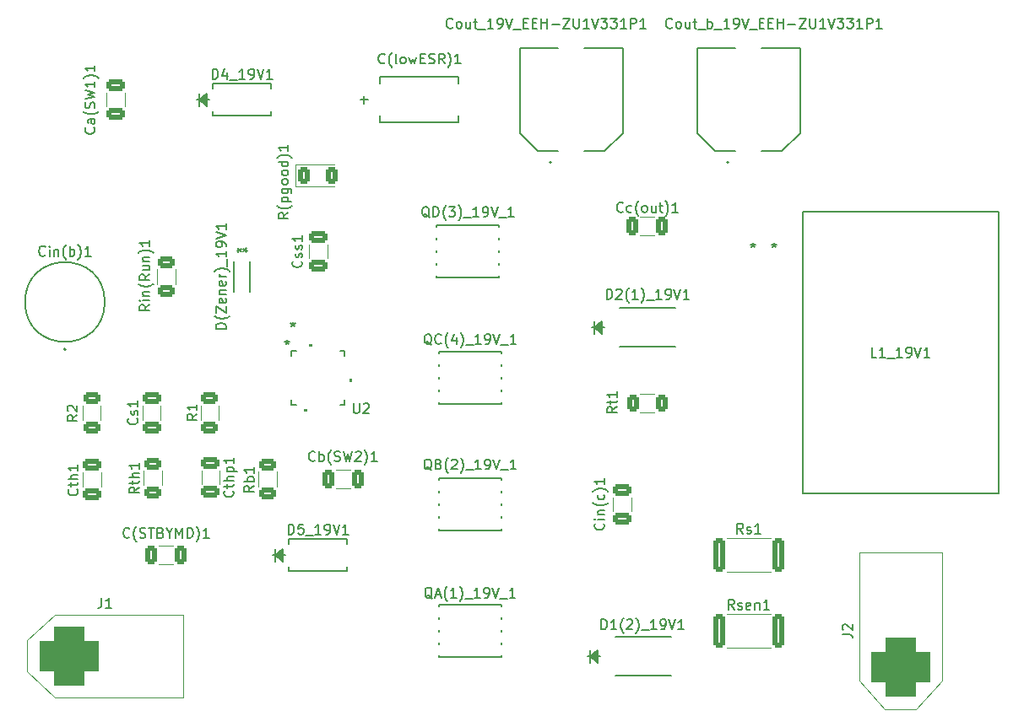
<source format=gto>
%TF.GenerationSoftware,KiCad,Pcbnew,7.0.2*%
%TF.CreationDate,2023-06-26T22:07:46-07:00*%
%TF.ProjectId,19V 10A Standalone,31395620-3130-4412-9053-74616e64616c,rev?*%
%TF.SameCoordinates,Original*%
%TF.FileFunction,Legend,Top*%
%TF.FilePolarity,Positive*%
%FSLAX46Y46*%
G04 Gerber Fmt 4.6, Leading zero omitted, Abs format (unit mm)*
G04 Created by KiCad (PCBNEW 7.0.2) date 2023-06-26 22:07:46*
%MOMM*%
%LPD*%
G01*
G04 APERTURE LIST*
G04 Aperture macros list*
%AMRoundRect*
0 Rectangle with rounded corners*
0 $1 Rounding radius*
0 $2 $3 $4 $5 $6 $7 $8 $9 X,Y pos of 4 corners*
0 Add a 4 corners polygon primitive as box body*
4,1,4,$2,$3,$4,$5,$6,$7,$8,$9,$2,$3,0*
0 Add four circle primitives for the rounded corners*
1,1,$1+$1,$2,$3*
1,1,$1+$1,$4,$5*
1,1,$1+$1,$6,$7*
1,1,$1+$1,$8,$9*
0 Add four rect primitives between the rounded corners*
20,1,$1+$1,$2,$3,$4,$5,0*
20,1,$1+$1,$4,$5,$6,$7,0*
20,1,$1+$1,$6,$7,$8,$9,0*
20,1,$1+$1,$8,$9,$2,$3,0*%
G04 Aperture macros list end*
%ADD10C,0.150000*%
%ADD11C,0.152400*%
%ADD12C,0.120000*%
%ADD13C,0.127000*%
%ADD14C,0.200000*%
%ADD15R,2.184400X1.625600*%
%ADD16RoundRect,0.250000X-0.625000X0.312500X-0.625000X-0.312500X0.625000X-0.312500X0.625000X0.312500X0*%
%ADD17R,2.000000X4.100000*%
%ADD18RoundRect,0.250000X-0.375000X-0.625000X0.375000X-0.625000X0.375000X0.625000X-0.375000X0.625000X0*%
%ADD19RoundRect,0.250000X0.650000X-0.325000X0.650000X0.325000X-0.650000X0.325000X-0.650000X-0.325000X0*%
%ADD20RoundRect,0.250000X0.625000X-0.312500X0.625000X0.312500X-0.625000X0.312500X-0.625000X-0.312500X0*%
%ADD21R,4.521200X4.241800*%
%ADD22R,1.143000X0.431800*%
%ADD23R,0.965200X0.431800*%
%ADD24R,4.700600X4.241800*%
%ADD25RoundRect,0.250000X-0.650000X0.325000X-0.650000X-0.325000X0.650000X-0.325000X0.650000X0.325000X0*%
%ADD26R,1.917700X2.997200*%
%ADD27RoundRect,0.250000X-0.362500X-1.425000X0.362500X-1.425000X0.362500X1.425000X-0.362500X1.425000X0*%
%ADD28R,2.560396X2.499995*%
%ADD29R,0.804800X0.249200*%
%ADD30R,0.249200X0.804800*%
%ADD31R,3.550000X3.550000*%
%ADD32R,1.200000X1.200000*%
%ADD33C,1.200000*%
%ADD34RoundRect,0.250000X-0.312500X-0.625000X0.312500X-0.625000X0.312500X0.625000X-0.312500X0.625000X0*%
%ADD35RoundRect,1.500000X1.500000X-1.500000X1.500000X1.500000X-1.500000X1.500000X-1.500000X-1.500000X0*%
%ADD36C,6.000000*%
%ADD37RoundRect,1.500000X-1.500000X-1.500000X1.500000X-1.500000X1.500000X1.500000X-1.500000X1.500000X0*%
%ADD38RoundRect,0.250000X0.325000X0.650000X-0.325000X0.650000X-0.325000X-0.650000X0.325000X-0.650000X0*%
%ADD39RoundRect,0.250000X-0.325000X-0.650000X0.325000X-0.650000X0.325000X0.650000X-0.325000X0.650000X0*%
%ADD40R,0.600800X1.111200*%
G04 APERTURE END LIST*
D10*
X111323809Y-43642619D02*
X111323809Y-42642619D01*
X111323809Y-42642619D02*
X111561904Y-42642619D01*
X111561904Y-42642619D02*
X111704761Y-42690238D01*
X111704761Y-42690238D02*
X111799999Y-42785476D01*
X111799999Y-42785476D02*
X111847618Y-42880714D01*
X111847618Y-42880714D02*
X111895237Y-43071190D01*
X111895237Y-43071190D02*
X111895237Y-43214047D01*
X111895237Y-43214047D02*
X111847618Y-43404523D01*
X111847618Y-43404523D02*
X111799999Y-43499761D01*
X111799999Y-43499761D02*
X111704761Y-43595000D01*
X111704761Y-43595000D02*
X111561904Y-43642619D01*
X111561904Y-43642619D02*
X111323809Y-43642619D01*
X112752380Y-42975952D02*
X112752380Y-43642619D01*
X112514285Y-42595000D02*
X112276190Y-43309285D01*
X112276190Y-43309285D02*
X112895237Y-43309285D01*
X113038095Y-43737857D02*
X113799999Y-43737857D01*
X114561904Y-43642619D02*
X113990476Y-43642619D01*
X114276190Y-43642619D02*
X114276190Y-42642619D01*
X114276190Y-42642619D02*
X114180952Y-42785476D01*
X114180952Y-42785476D02*
X114085714Y-42880714D01*
X114085714Y-42880714D02*
X113990476Y-42928333D01*
X115038095Y-43642619D02*
X115228571Y-43642619D01*
X115228571Y-43642619D02*
X115323809Y-43595000D01*
X115323809Y-43595000D02*
X115371428Y-43547380D01*
X115371428Y-43547380D02*
X115466666Y-43404523D01*
X115466666Y-43404523D02*
X115514285Y-43214047D01*
X115514285Y-43214047D02*
X115514285Y-42833095D01*
X115514285Y-42833095D02*
X115466666Y-42737857D01*
X115466666Y-42737857D02*
X115419047Y-42690238D01*
X115419047Y-42690238D02*
X115323809Y-42642619D01*
X115323809Y-42642619D02*
X115133333Y-42642619D01*
X115133333Y-42642619D02*
X115038095Y-42690238D01*
X115038095Y-42690238D02*
X114990476Y-42737857D01*
X114990476Y-42737857D02*
X114942857Y-42833095D01*
X114942857Y-42833095D02*
X114942857Y-43071190D01*
X114942857Y-43071190D02*
X114990476Y-43166428D01*
X114990476Y-43166428D02*
X115038095Y-43214047D01*
X115038095Y-43214047D02*
X115133333Y-43261666D01*
X115133333Y-43261666D02*
X115323809Y-43261666D01*
X115323809Y-43261666D02*
X115419047Y-43214047D01*
X115419047Y-43214047D02*
X115466666Y-43166428D01*
X115466666Y-43166428D02*
X115514285Y-43071190D01*
X115800000Y-42642619D02*
X116133333Y-43642619D01*
X116133333Y-43642619D02*
X116466666Y-42642619D01*
X117323809Y-43642619D02*
X116752381Y-43642619D01*
X117038095Y-43642619D02*
X117038095Y-42642619D01*
X117038095Y-42642619D02*
X116942857Y-42785476D01*
X116942857Y-42785476D02*
X116847619Y-42880714D01*
X116847619Y-42880714D02*
X116752381Y-42928333D01*
X115488781Y-84494059D02*
X115012590Y-84827392D01*
X115488781Y-85065487D02*
X114488781Y-85065487D01*
X114488781Y-85065487D02*
X114488781Y-84684535D01*
X114488781Y-84684535D02*
X114536400Y-84589297D01*
X114536400Y-84589297D02*
X114584019Y-84541678D01*
X114584019Y-84541678D02*
X114679257Y-84494059D01*
X114679257Y-84494059D02*
X114822114Y-84494059D01*
X114822114Y-84494059D02*
X114917352Y-84541678D01*
X114917352Y-84541678D02*
X114964971Y-84589297D01*
X114964971Y-84589297D02*
X115012590Y-84684535D01*
X115012590Y-84684535D02*
X115012590Y-85065487D01*
X115488781Y-84065487D02*
X114488781Y-84065487D01*
X114869733Y-84065487D02*
X114822114Y-83970249D01*
X114822114Y-83970249D02*
X114822114Y-83779773D01*
X114822114Y-83779773D02*
X114869733Y-83684535D01*
X114869733Y-83684535D02*
X114917352Y-83636916D01*
X114917352Y-83636916D02*
X115012590Y-83589297D01*
X115012590Y-83589297D02*
X115298304Y-83589297D01*
X115298304Y-83589297D02*
X115393542Y-83636916D01*
X115393542Y-83636916D02*
X115441162Y-83684535D01*
X115441162Y-83684535D02*
X115488781Y-83779773D01*
X115488781Y-83779773D02*
X115488781Y-83970249D01*
X115488781Y-83970249D02*
X115441162Y-84065487D01*
X115488781Y-82636916D02*
X115488781Y-83208344D01*
X115488781Y-82922630D02*
X114488781Y-82922630D01*
X114488781Y-82922630D02*
X114631638Y-83017868D01*
X114631638Y-83017868D02*
X114726876Y-83113106D01*
X114726876Y-83113106D02*
X114774495Y-83208344D01*
X135399046Y-38467380D02*
X135351427Y-38515000D01*
X135351427Y-38515000D02*
X135208570Y-38562619D01*
X135208570Y-38562619D02*
X135113332Y-38562619D01*
X135113332Y-38562619D02*
X134970475Y-38515000D01*
X134970475Y-38515000D02*
X134875237Y-38419761D01*
X134875237Y-38419761D02*
X134827618Y-38324523D01*
X134827618Y-38324523D02*
X134779999Y-38134047D01*
X134779999Y-38134047D02*
X134779999Y-37991190D01*
X134779999Y-37991190D02*
X134827618Y-37800714D01*
X134827618Y-37800714D02*
X134875237Y-37705476D01*
X134875237Y-37705476D02*
X134970475Y-37610238D01*
X134970475Y-37610238D02*
X135113332Y-37562619D01*
X135113332Y-37562619D02*
X135208570Y-37562619D01*
X135208570Y-37562619D02*
X135351427Y-37610238D01*
X135351427Y-37610238D02*
X135399046Y-37657857D01*
X135970475Y-38562619D02*
X135875237Y-38515000D01*
X135875237Y-38515000D02*
X135827618Y-38467380D01*
X135827618Y-38467380D02*
X135779999Y-38372142D01*
X135779999Y-38372142D02*
X135779999Y-38086428D01*
X135779999Y-38086428D02*
X135827618Y-37991190D01*
X135827618Y-37991190D02*
X135875237Y-37943571D01*
X135875237Y-37943571D02*
X135970475Y-37895952D01*
X135970475Y-37895952D02*
X136113332Y-37895952D01*
X136113332Y-37895952D02*
X136208570Y-37943571D01*
X136208570Y-37943571D02*
X136256189Y-37991190D01*
X136256189Y-37991190D02*
X136303808Y-38086428D01*
X136303808Y-38086428D02*
X136303808Y-38372142D01*
X136303808Y-38372142D02*
X136256189Y-38467380D01*
X136256189Y-38467380D02*
X136208570Y-38515000D01*
X136208570Y-38515000D02*
X136113332Y-38562619D01*
X136113332Y-38562619D02*
X135970475Y-38562619D01*
X137160951Y-37895952D02*
X137160951Y-38562619D01*
X136732380Y-37895952D02*
X136732380Y-38419761D01*
X136732380Y-38419761D02*
X136779999Y-38515000D01*
X136779999Y-38515000D02*
X136875237Y-38562619D01*
X136875237Y-38562619D02*
X137018094Y-38562619D01*
X137018094Y-38562619D02*
X137113332Y-38515000D01*
X137113332Y-38515000D02*
X137160951Y-38467380D01*
X137494285Y-37895952D02*
X137875237Y-37895952D01*
X137637142Y-37562619D02*
X137637142Y-38419761D01*
X137637142Y-38419761D02*
X137684761Y-38515000D01*
X137684761Y-38515000D02*
X137779999Y-38562619D01*
X137779999Y-38562619D02*
X137875237Y-38562619D01*
X137970476Y-38657857D02*
X138732380Y-38657857D01*
X139494285Y-38562619D02*
X138922857Y-38562619D01*
X139208571Y-38562619D02*
X139208571Y-37562619D01*
X139208571Y-37562619D02*
X139113333Y-37705476D01*
X139113333Y-37705476D02*
X139018095Y-37800714D01*
X139018095Y-37800714D02*
X138922857Y-37848333D01*
X139970476Y-38562619D02*
X140160952Y-38562619D01*
X140160952Y-38562619D02*
X140256190Y-38515000D01*
X140256190Y-38515000D02*
X140303809Y-38467380D01*
X140303809Y-38467380D02*
X140399047Y-38324523D01*
X140399047Y-38324523D02*
X140446666Y-38134047D01*
X140446666Y-38134047D02*
X140446666Y-37753095D01*
X140446666Y-37753095D02*
X140399047Y-37657857D01*
X140399047Y-37657857D02*
X140351428Y-37610238D01*
X140351428Y-37610238D02*
X140256190Y-37562619D01*
X140256190Y-37562619D02*
X140065714Y-37562619D01*
X140065714Y-37562619D02*
X139970476Y-37610238D01*
X139970476Y-37610238D02*
X139922857Y-37657857D01*
X139922857Y-37657857D02*
X139875238Y-37753095D01*
X139875238Y-37753095D02*
X139875238Y-37991190D01*
X139875238Y-37991190D02*
X139922857Y-38086428D01*
X139922857Y-38086428D02*
X139970476Y-38134047D01*
X139970476Y-38134047D02*
X140065714Y-38181666D01*
X140065714Y-38181666D02*
X140256190Y-38181666D01*
X140256190Y-38181666D02*
X140351428Y-38134047D01*
X140351428Y-38134047D02*
X140399047Y-38086428D01*
X140399047Y-38086428D02*
X140446666Y-37991190D01*
X140732381Y-37562619D02*
X141065714Y-38562619D01*
X141065714Y-38562619D02*
X141399047Y-37562619D01*
X141494286Y-38657857D02*
X142256190Y-38657857D01*
X142494286Y-38038809D02*
X142827619Y-38038809D01*
X142970476Y-38562619D02*
X142494286Y-38562619D01*
X142494286Y-38562619D02*
X142494286Y-37562619D01*
X142494286Y-37562619D02*
X142970476Y-37562619D01*
X143399048Y-38038809D02*
X143732381Y-38038809D01*
X143875238Y-38562619D02*
X143399048Y-38562619D01*
X143399048Y-38562619D02*
X143399048Y-37562619D01*
X143399048Y-37562619D02*
X143875238Y-37562619D01*
X144303810Y-38562619D02*
X144303810Y-37562619D01*
X144303810Y-38038809D02*
X144875238Y-38038809D01*
X144875238Y-38562619D02*
X144875238Y-37562619D01*
X145351429Y-38181666D02*
X146113334Y-38181666D01*
X146494286Y-37562619D02*
X147160952Y-37562619D01*
X147160952Y-37562619D02*
X146494286Y-38562619D01*
X146494286Y-38562619D02*
X147160952Y-38562619D01*
X147541905Y-37562619D02*
X147541905Y-38372142D01*
X147541905Y-38372142D02*
X147589524Y-38467380D01*
X147589524Y-38467380D02*
X147637143Y-38515000D01*
X147637143Y-38515000D02*
X147732381Y-38562619D01*
X147732381Y-38562619D02*
X147922857Y-38562619D01*
X147922857Y-38562619D02*
X148018095Y-38515000D01*
X148018095Y-38515000D02*
X148065714Y-38467380D01*
X148065714Y-38467380D02*
X148113333Y-38372142D01*
X148113333Y-38372142D02*
X148113333Y-37562619D01*
X149113333Y-38562619D02*
X148541905Y-38562619D01*
X148827619Y-38562619D02*
X148827619Y-37562619D01*
X148827619Y-37562619D02*
X148732381Y-37705476D01*
X148732381Y-37705476D02*
X148637143Y-37800714D01*
X148637143Y-37800714D02*
X148541905Y-37848333D01*
X149399048Y-37562619D02*
X149732381Y-38562619D01*
X149732381Y-38562619D02*
X150065714Y-37562619D01*
X150303810Y-37562619D02*
X150922857Y-37562619D01*
X150922857Y-37562619D02*
X150589524Y-37943571D01*
X150589524Y-37943571D02*
X150732381Y-37943571D01*
X150732381Y-37943571D02*
X150827619Y-37991190D01*
X150827619Y-37991190D02*
X150875238Y-38038809D01*
X150875238Y-38038809D02*
X150922857Y-38134047D01*
X150922857Y-38134047D02*
X150922857Y-38372142D01*
X150922857Y-38372142D02*
X150875238Y-38467380D01*
X150875238Y-38467380D02*
X150827619Y-38515000D01*
X150827619Y-38515000D02*
X150732381Y-38562619D01*
X150732381Y-38562619D02*
X150446667Y-38562619D01*
X150446667Y-38562619D02*
X150351429Y-38515000D01*
X150351429Y-38515000D02*
X150303810Y-38467380D01*
X151256191Y-37562619D02*
X151875238Y-37562619D01*
X151875238Y-37562619D02*
X151541905Y-37943571D01*
X151541905Y-37943571D02*
X151684762Y-37943571D01*
X151684762Y-37943571D02*
X151780000Y-37991190D01*
X151780000Y-37991190D02*
X151827619Y-38038809D01*
X151827619Y-38038809D02*
X151875238Y-38134047D01*
X151875238Y-38134047D02*
X151875238Y-38372142D01*
X151875238Y-38372142D02*
X151827619Y-38467380D01*
X151827619Y-38467380D02*
X151780000Y-38515000D01*
X151780000Y-38515000D02*
X151684762Y-38562619D01*
X151684762Y-38562619D02*
X151399048Y-38562619D01*
X151399048Y-38562619D02*
X151303810Y-38515000D01*
X151303810Y-38515000D02*
X151256191Y-38467380D01*
X152827619Y-38562619D02*
X152256191Y-38562619D01*
X152541905Y-38562619D02*
X152541905Y-37562619D01*
X152541905Y-37562619D02*
X152446667Y-37705476D01*
X152446667Y-37705476D02*
X152351429Y-37800714D01*
X152351429Y-37800714D02*
X152256191Y-37848333D01*
X153256191Y-38562619D02*
X153256191Y-37562619D01*
X153256191Y-37562619D02*
X153637143Y-37562619D01*
X153637143Y-37562619D02*
X153732381Y-37610238D01*
X153732381Y-37610238D02*
X153780000Y-37657857D01*
X153780000Y-37657857D02*
X153827619Y-37753095D01*
X153827619Y-37753095D02*
X153827619Y-37895952D01*
X153827619Y-37895952D02*
X153780000Y-37991190D01*
X153780000Y-37991190D02*
X153732381Y-38038809D01*
X153732381Y-38038809D02*
X153637143Y-38086428D01*
X153637143Y-38086428D02*
X153256191Y-38086428D01*
X154780000Y-38562619D02*
X154208572Y-38562619D01*
X154494286Y-38562619D02*
X154494286Y-37562619D01*
X154494286Y-37562619D02*
X154399048Y-37705476D01*
X154399048Y-37705476D02*
X154303810Y-37800714D01*
X154303810Y-37800714D02*
X154208572Y-37848333D01*
X118924066Y-57092049D02*
X118447875Y-57425382D01*
X118924066Y-57663477D02*
X117924066Y-57663477D01*
X117924066Y-57663477D02*
X117924066Y-57282525D01*
X117924066Y-57282525D02*
X117971685Y-57187287D01*
X117971685Y-57187287D02*
X118019304Y-57139668D01*
X118019304Y-57139668D02*
X118114542Y-57092049D01*
X118114542Y-57092049D02*
X118257399Y-57092049D01*
X118257399Y-57092049D02*
X118352637Y-57139668D01*
X118352637Y-57139668D02*
X118400256Y-57187287D01*
X118400256Y-57187287D02*
X118447875Y-57282525D01*
X118447875Y-57282525D02*
X118447875Y-57663477D01*
X119305018Y-56377763D02*
X119257399Y-56425382D01*
X119257399Y-56425382D02*
X119114542Y-56520620D01*
X119114542Y-56520620D02*
X119019304Y-56568239D01*
X119019304Y-56568239D02*
X118876447Y-56615858D01*
X118876447Y-56615858D02*
X118638351Y-56663477D01*
X118638351Y-56663477D02*
X118447875Y-56663477D01*
X118447875Y-56663477D02*
X118209780Y-56615858D01*
X118209780Y-56615858D02*
X118066923Y-56568239D01*
X118066923Y-56568239D02*
X117971685Y-56520620D01*
X117971685Y-56520620D02*
X117828827Y-56425382D01*
X117828827Y-56425382D02*
X117781208Y-56377763D01*
X118257399Y-55996810D02*
X119257399Y-55996810D01*
X118305018Y-55996810D02*
X118257399Y-55901572D01*
X118257399Y-55901572D02*
X118257399Y-55711096D01*
X118257399Y-55711096D02*
X118305018Y-55615858D01*
X118305018Y-55615858D02*
X118352637Y-55568239D01*
X118352637Y-55568239D02*
X118447875Y-55520620D01*
X118447875Y-55520620D02*
X118733589Y-55520620D01*
X118733589Y-55520620D02*
X118828827Y-55568239D01*
X118828827Y-55568239D02*
X118876447Y-55615858D01*
X118876447Y-55615858D02*
X118924066Y-55711096D01*
X118924066Y-55711096D02*
X118924066Y-55901572D01*
X118924066Y-55901572D02*
X118876447Y-55996810D01*
X118257399Y-54663477D02*
X119066923Y-54663477D01*
X119066923Y-54663477D02*
X119162161Y-54711096D01*
X119162161Y-54711096D02*
X119209780Y-54758715D01*
X119209780Y-54758715D02*
X119257399Y-54853953D01*
X119257399Y-54853953D02*
X119257399Y-54996810D01*
X119257399Y-54996810D02*
X119209780Y-55092048D01*
X118876447Y-54663477D02*
X118924066Y-54758715D01*
X118924066Y-54758715D02*
X118924066Y-54949191D01*
X118924066Y-54949191D02*
X118876447Y-55044429D01*
X118876447Y-55044429D02*
X118828827Y-55092048D01*
X118828827Y-55092048D02*
X118733589Y-55139667D01*
X118733589Y-55139667D02*
X118447875Y-55139667D01*
X118447875Y-55139667D02*
X118352637Y-55092048D01*
X118352637Y-55092048D02*
X118305018Y-55044429D01*
X118305018Y-55044429D02*
X118257399Y-54949191D01*
X118257399Y-54949191D02*
X118257399Y-54758715D01*
X118257399Y-54758715D02*
X118305018Y-54663477D01*
X118924066Y-54044429D02*
X118876447Y-54139667D01*
X118876447Y-54139667D02*
X118828827Y-54187286D01*
X118828827Y-54187286D02*
X118733589Y-54234905D01*
X118733589Y-54234905D02*
X118447875Y-54234905D01*
X118447875Y-54234905D02*
X118352637Y-54187286D01*
X118352637Y-54187286D02*
X118305018Y-54139667D01*
X118305018Y-54139667D02*
X118257399Y-54044429D01*
X118257399Y-54044429D02*
X118257399Y-53901572D01*
X118257399Y-53901572D02*
X118305018Y-53806334D01*
X118305018Y-53806334D02*
X118352637Y-53758715D01*
X118352637Y-53758715D02*
X118447875Y-53711096D01*
X118447875Y-53711096D02*
X118733589Y-53711096D01*
X118733589Y-53711096D02*
X118828827Y-53758715D01*
X118828827Y-53758715D02*
X118876447Y-53806334D01*
X118876447Y-53806334D02*
X118924066Y-53901572D01*
X118924066Y-53901572D02*
X118924066Y-54044429D01*
X118924066Y-53139667D02*
X118876447Y-53234905D01*
X118876447Y-53234905D02*
X118828827Y-53282524D01*
X118828827Y-53282524D02*
X118733589Y-53330143D01*
X118733589Y-53330143D02*
X118447875Y-53330143D01*
X118447875Y-53330143D02*
X118352637Y-53282524D01*
X118352637Y-53282524D02*
X118305018Y-53234905D01*
X118305018Y-53234905D02*
X118257399Y-53139667D01*
X118257399Y-53139667D02*
X118257399Y-52996810D01*
X118257399Y-52996810D02*
X118305018Y-52901572D01*
X118305018Y-52901572D02*
X118352637Y-52853953D01*
X118352637Y-52853953D02*
X118447875Y-52806334D01*
X118447875Y-52806334D02*
X118733589Y-52806334D01*
X118733589Y-52806334D02*
X118828827Y-52853953D01*
X118828827Y-52853953D02*
X118876447Y-52901572D01*
X118876447Y-52901572D02*
X118924066Y-52996810D01*
X118924066Y-52996810D02*
X118924066Y-53139667D01*
X118924066Y-51949191D02*
X117924066Y-51949191D01*
X118876447Y-51949191D02*
X118924066Y-52044429D01*
X118924066Y-52044429D02*
X118924066Y-52234905D01*
X118924066Y-52234905D02*
X118876447Y-52330143D01*
X118876447Y-52330143D02*
X118828827Y-52377762D01*
X118828827Y-52377762D02*
X118733589Y-52425381D01*
X118733589Y-52425381D02*
X118447875Y-52425381D01*
X118447875Y-52425381D02*
X118352637Y-52377762D01*
X118352637Y-52377762D02*
X118305018Y-52330143D01*
X118305018Y-52330143D02*
X118257399Y-52234905D01*
X118257399Y-52234905D02*
X118257399Y-52044429D01*
X118257399Y-52044429D02*
X118305018Y-51949191D01*
X119305018Y-51568238D02*
X119257399Y-51520619D01*
X119257399Y-51520619D02*
X119114542Y-51425381D01*
X119114542Y-51425381D02*
X119019304Y-51377762D01*
X119019304Y-51377762D02*
X118876447Y-51330143D01*
X118876447Y-51330143D02*
X118638351Y-51282524D01*
X118638351Y-51282524D02*
X118447875Y-51282524D01*
X118447875Y-51282524D02*
X118209780Y-51330143D01*
X118209780Y-51330143D02*
X118066923Y-51377762D01*
X118066923Y-51377762D02*
X117971685Y-51425381D01*
X117971685Y-51425381D02*
X117828827Y-51520619D01*
X117828827Y-51520619D02*
X117781208Y-51568238D01*
X118924066Y-50282524D02*
X118924066Y-50853952D01*
X118924066Y-50568238D02*
X117924066Y-50568238D01*
X117924066Y-50568238D02*
X118066923Y-50663476D01*
X118066923Y-50663476D02*
X118162161Y-50758714D01*
X118162161Y-50758714D02*
X118209780Y-50853952D01*
X97734384Y-84836700D02*
X97782004Y-84884319D01*
X97782004Y-84884319D02*
X97829623Y-85027176D01*
X97829623Y-85027176D02*
X97829623Y-85122414D01*
X97829623Y-85122414D02*
X97782004Y-85265271D01*
X97782004Y-85265271D02*
X97686765Y-85360509D01*
X97686765Y-85360509D02*
X97591527Y-85408128D01*
X97591527Y-85408128D02*
X97401051Y-85455747D01*
X97401051Y-85455747D02*
X97258194Y-85455747D01*
X97258194Y-85455747D02*
X97067718Y-85408128D01*
X97067718Y-85408128D02*
X96972480Y-85360509D01*
X96972480Y-85360509D02*
X96877242Y-85265271D01*
X96877242Y-85265271D02*
X96829623Y-85122414D01*
X96829623Y-85122414D02*
X96829623Y-85027176D01*
X96829623Y-85027176D02*
X96877242Y-84884319D01*
X96877242Y-84884319D02*
X96924861Y-84836700D01*
X97162956Y-84550985D02*
X97162956Y-84170033D01*
X96829623Y-84408128D02*
X97686765Y-84408128D01*
X97686765Y-84408128D02*
X97782004Y-84360509D01*
X97782004Y-84360509D02*
X97829623Y-84265271D01*
X97829623Y-84265271D02*
X97829623Y-84170033D01*
X97829623Y-83836699D02*
X96829623Y-83836699D01*
X97829623Y-83408128D02*
X97305813Y-83408128D01*
X97305813Y-83408128D02*
X97210575Y-83455747D01*
X97210575Y-83455747D02*
X97162956Y-83550985D01*
X97162956Y-83550985D02*
X97162956Y-83693842D01*
X97162956Y-83693842D02*
X97210575Y-83789080D01*
X97210575Y-83789080D02*
X97258194Y-83836699D01*
X97829623Y-82408128D02*
X97829623Y-82979556D01*
X97829623Y-82693842D02*
X96829623Y-82693842D01*
X96829623Y-82693842D02*
X96972480Y-82789080D01*
X96972480Y-82789080D02*
X97067718Y-82884318D01*
X97067718Y-82884318D02*
X97115337Y-82979556D01*
X103969316Y-84627308D02*
X103493125Y-84960641D01*
X103969316Y-85198736D02*
X102969316Y-85198736D01*
X102969316Y-85198736D02*
X102969316Y-84817784D01*
X102969316Y-84817784D02*
X103016935Y-84722546D01*
X103016935Y-84722546D02*
X103064554Y-84674927D01*
X103064554Y-84674927D02*
X103159792Y-84627308D01*
X103159792Y-84627308D02*
X103302649Y-84627308D01*
X103302649Y-84627308D02*
X103397887Y-84674927D01*
X103397887Y-84674927D02*
X103445506Y-84722546D01*
X103445506Y-84722546D02*
X103493125Y-84817784D01*
X103493125Y-84817784D02*
X103493125Y-85198736D01*
X103302649Y-84341593D02*
X103302649Y-83960641D01*
X102969316Y-84198736D02*
X103826458Y-84198736D01*
X103826458Y-84198736D02*
X103921697Y-84151117D01*
X103921697Y-84151117D02*
X103969316Y-84055879D01*
X103969316Y-84055879D02*
X103969316Y-83960641D01*
X103969316Y-83627307D02*
X102969316Y-83627307D01*
X103969316Y-83198736D02*
X103445506Y-83198736D01*
X103445506Y-83198736D02*
X103350268Y-83246355D01*
X103350268Y-83246355D02*
X103302649Y-83341593D01*
X103302649Y-83341593D02*
X103302649Y-83484450D01*
X103302649Y-83484450D02*
X103350268Y-83579688D01*
X103350268Y-83579688D02*
X103397887Y-83627307D01*
X103969316Y-82198736D02*
X103969316Y-82770164D01*
X103969316Y-82484450D02*
X102969316Y-82484450D01*
X102969316Y-82484450D02*
X103112173Y-82579688D01*
X103112173Y-82579688D02*
X103207411Y-82674926D01*
X103207411Y-82674926D02*
X103255030Y-82770164D01*
X118943809Y-89362619D02*
X118943809Y-88362619D01*
X118943809Y-88362619D02*
X119181904Y-88362619D01*
X119181904Y-88362619D02*
X119324761Y-88410238D01*
X119324761Y-88410238D02*
X119419999Y-88505476D01*
X119419999Y-88505476D02*
X119467618Y-88600714D01*
X119467618Y-88600714D02*
X119515237Y-88791190D01*
X119515237Y-88791190D02*
X119515237Y-88934047D01*
X119515237Y-88934047D02*
X119467618Y-89124523D01*
X119467618Y-89124523D02*
X119419999Y-89219761D01*
X119419999Y-89219761D02*
X119324761Y-89315000D01*
X119324761Y-89315000D02*
X119181904Y-89362619D01*
X119181904Y-89362619D02*
X118943809Y-89362619D01*
X120419999Y-88362619D02*
X119943809Y-88362619D01*
X119943809Y-88362619D02*
X119896190Y-88838809D01*
X119896190Y-88838809D02*
X119943809Y-88791190D01*
X119943809Y-88791190D02*
X120039047Y-88743571D01*
X120039047Y-88743571D02*
X120277142Y-88743571D01*
X120277142Y-88743571D02*
X120372380Y-88791190D01*
X120372380Y-88791190D02*
X120419999Y-88838809D01*
X120419999Y-88838809D02*
X120467618Y-88934047D01*
X120467618Y-88934047D02*
X120467618Y-89172142D01*
X120467618Y-89172142D02*
X120419999Y-89267380D01*
X120419999Y-89267380D02*
X120372380Y-89315000D01*
X120372380Y-89315000D02*
X120277142Y-89362619D01*
X120277142Y-89362619D02*
X120039047Y-89362619D01*
X120039047Y-89362619D02*
X119943809Y-89315000D01*
X119943809Y-89315000D02*
X119896190Y-89267380D01*
X120658095Y-89457857D02*
X121419999Y-89457857D01*
X122181904Y-89362619D02*
X121610476Y-89362619D01*
X121896190Y-89362619D02*
X121896190Y-88362619D01*
X121896190Y-88362619D02*
X121800952Y-88505476D01*
X121800952Y-88505476D02*
X121705714Y-88600714D01*
X121705714Y-88600714D02*
X121610476Y-88648333D01*
X122658095Y-89362619D02*
X122848571Y-89362619D01*
X122848571Y-89362619D02*
X122943809Y-89315000D01*
X122943809Y-89315000D02*
X122991428Y-89267380D01*
X122991428Y-89267380D02*
X123086666Y-89124523D01*
X123086666Y-89124523D02*
X123134285Y-88934047D01*
X123134285Y-88934047D02*
X123134285Y-88553095D01*
X123134285Y-88553095D02*
X123086666Y-88457857D01*
X123086666Y-88457857D02*
X123039047Y-88410238D01*
X123039047Y-88410238D02*
X122943809Y-88362619D01*
X122943809Y-88362619D02*
X122753333Y-88362619D01*
X122753333Y-88362619D02*
X122658095Y-88410238D01*
X122658095Y-88410238D02*
X122610476Y-88457857D01*
X122610476Y-88457857D02*
X122562857Y-88553095D01*
X122562857Y-88553095D02*
X122562857Y-88791190D01*
X122562857Y-88791190D02*
X122610476Y-88886428D01*
X122610476Y-88886428D02*
X122658095Y-88934047D01*
X122658095Y-88934047D02*
X122753333Y-88981666D01*
X122753333Y-88981666D02*
X122943809Y-88981666D01*
X122943809Y-88981666D02*
X123039047Y-88934047D01*
X123039047Y-88934047D02*
X123086666Y-88886428D01*
X123086666Y-88886428D02*
X123134285Y-88791190D01*
X123420000Y-88362619D02*
X123753333Y-89362619D01*
X123753333Y-89362619D02*
X124086666Y-88362619D01*
X124943809Y-89362619D02*
X124372381Y-89362619D01*
X124658095Y-89362619D02*
X124658095Y-88362619D01*
X124658095Y-88362619D02*
X124562857Y-88505476D01*
X124562857Y-88505476D02*
X124467619Y-88600714D01*
X124467619Y-88600714D02*
X124372381Y-88648333D01*
X177935237Y-71582619D02*
X177459047Y-71582619D01*
X177459047Y-71582619D02*
X177459047Y-70582619D01*
X178792380Y-71582619D02*
X178220952Y-71582619D01*
X178506666Y-71582619D02*
X178506666Y-70582619D01*
X178506666Y-70582619D02*
X178411428Y-70725476D01*
X178411428Y-70725476D02*
X178316190Y-70820714D01*
X178316190Y-70820714D02*
X178220952Y-70868333D01*
X178982857Y-71677857D02*
X179744761Y-71677857D01*
X180506666Y-71582619D02*
X179935238Y-71582619D01*
X180220952Y-71582619D02*
X180220952Y-70582619D01*
X180220952Y-70582619D02*
X180125714Y-70725476D01*
X180125714Y-70725476D02*
X180030476Y-70820714D01*
X180030476Y-70820714D02*
X179935238Y-70868333D01*
X180982857Y-71582619D02*
X181173333Y-71582619D01*
X181173333Y-71582619D02*
X181268571Y-71535000D01*
X181268571Y-71535000D02*
X181316190Y-71487380D01*
X181316190Y-71487380D02*
X181411428Y-71344523D01*
X181411428Y-71344523D02*
X181459047Y-71154047D01*
X181459047Y-71154047D02*
X181459047Y-70773095D01*
X181459047Y-70773095D02*
X181411428Y-70677857D01*
X181411428Y-70677857D02*
X181363809Y-70630238D01*
X181363809Y-70630238D02*
X181268571Y-70582619D01*
X181268571Y-70582619D02*
X181078095Y-70582619D01*
X181078095Y-70582619D02*
X180982857Y-70630238D01*
X180982857Y-70630238D02*
X180935238Y-70677857D01*
X180935238Y-70677857D02*
X180887619Y-70773095D01*
X180887619Y-70773095D02*
X180887619Y-71011190D01*
X180887619Y-71011190D02*
X180935238Y-71106428D01*
X180935238Y-71106428D02*
X180982857Y-71154047D01*
X180982857Y-71154047D02*
X181078095Y-71201666D01*
X181078095Y-71201666D02*
X181268571Y-71201666D01*
X181268571Y-71201666D02*
X181363809Y-71154047D01*
X181363809Y-71154047D02*
X181411428Y-71106428D01*
X181411428Y-71106428D02*
X181459047Y-71011190D01*
X181744762Y-70582619D02*
X182078095Y-71582619D01*
X182078095Y-71582619D02*
X182411428Y-70582619D01*
X183268571Y-71582619D02*
X182697143Y-71582619D01*
X182982857Y-71582619D02*
X182982857Y-70582619D01*
X182982857Y-70582619D02*
X182887619Y-70725476D01*
X182887619Y-70725476D02*
X182792381Y-70820714D01*
X182792381Y-70820714D02*
X182697143Y-70868333D01*
X167640000Y-60122819D02*
X167640000Y-60360914D01*
X167401905Y-60265676D02*
X167640000Y-60360914D01*
X167640000Y-60360914D02*
X167878095Y-60265676D01*
X167497143Y-60551390D02*
X167640000Y-60360914D01*
X167640000Y-60360914D02*
X167782857Y-60551390D01*
X165544500Y-60122819D02*
X165544500Y-60360914D01*
X165306405Y-60265676D02*
X165544500Y-60360914D01*
X165544500Y-60360914D02*
X165782595Y-60265676D01*
X165401643Y-60551390D02*
X165544500Y-60360914D01*
X165544500Y-60360914D02*
X165687357Y-60551390D01*
X109765137Y-77289304D02*
X109288946Y-77622637D01*
X109765137Y-77860732D02*
X108765137Y-77860732D01*
X108765137Y-77860732D02*
X108765137Y-77479780D01*
X108765137Y-77479780D02*
X108812756Y-77384542D01*
X108812756Y-77384542D02*
X108860375Y-77336923D01*
X108860375Y-77336923D02*
X108955613Y-77289304D01*
X108955613Y-77289304D02*
X109098470Y-77289304D01*
X109098470Y-77289304D02*
X109193708Y-77336923D01*
X109193708Y-77336923D02*
X109241327Y-77384542D01*
X109241327Y-77384542D02*
X109288946Y-77479780D01*
X109288946Y-77479780D02*
X109288946Y-77860732D01*
X109765137Y-76336923D02*
X109765137Y-76908351D01*
X109765137Y-76622637D02*
X108765137Y-76622637D01*
X108765137Y-76622637D02*
X108907994Y-76717875D01*
X108907994Y-76717875D02*
X109003232Y-76813113D01*
X109003232Y-76813113D02*
X109050851Y-76908351D01*
X133298721Y-70357502D02*
X133203483Y-70309883D01*
X133203483Y-70309883D02*
X133108245Y-70214645D01*
X133108245Y-70214645D02*
X132965388Y-70071787D01*
X132965388Y-70071787D02*
X132870150Y-70024168D01*
X132870150Y-70024168D02*
X132774912Y-70024168D01*
X132822531Y-70262264D02*
X132727293Y-70214645D01*
X132727293Y-70214645D02*
X132632055Y-70119406D01*
X132632055Y-70119406D02*
X132584436Y-69928930D01*
X132584436Y-69928930D02*
X132584436Y-69595597D01*
X132584436Y-69595597D02*
X132632055Y-69405121D01*
X132632055Y-69405121D02*
X132727293Y-69309883D01*
X132727293Y-69309883D02*
X132822531Y-69262264D01*
X132822531Y-69262264D02*
X133013007Y-69262264D01*
X133013007Y-69262264D02*
X133108245Y-69309883D01*
X133108245Y-69309883D02*
X133203483Y-69405121D01*
X133203483Y-69405121D02*
X133251102Y-69595597D01*
X133251102Y-69595597D02*
X133251102Y-69928930D01*
X133251102Y-69928930D02*
X133203483Y-70119406D01*
X133203483Y-70119406D02*
X133108245Y-70214645D01*
X133108245Y-70214645D02*
X133013007Y-70262264D01*
X133013007Y-70262264D02*
X132822531Y-70262264D01*
X134251102Y-70167025D02*
X134203483Y-70214645D01*
X134203483Y-70214645D02*
X134060626Y-70262264D01*
X134060626Y-70262264D02*
X133965388Y-70262264D01*
X133965388Y-70262264D02*
X133822531Y-70214645D01*
X133822531Y-70214645D02*
X133727293Y-70119406D01*
X133727293Y-70119406D02*
X133679674Y-70024168D01*
X133679674Y-70024168D02*
X133632055Y-69833692D01*
X133632055Y-69833692D02*
X133632055Y-69690835D01*
X133632055Y-69690835D02*
X133679674Y-69500359D01*
X133679674Y-69500359D02*
X133727293Y-69405121D01*
X133727293Y-69405121D02*
X133822531Y-69309883D01*
X133822531Y-69309883D02*
X133965388Y-69262264D01*
X133965388Y-69262264D02*
X134060626Y-69262264D01*
X134060626Y-69262264D02*
X134203483Y-69309883D01*
X134203483Y-69309883D02*
X134251102Y-69357502D01*
X134965388Y-70643216D02*
X134917769Y-70595597D01*
X134917769Y-70595597D02*
X134822531Y-70452740D01*
X134822531Y-70452740D02*
X134774912Y-70357502D01*
X134774912Y-70357502D02*
X134727293Y-70214645D01*
X134727293Y-70214645D02*
X134679674Y-69976549D01*
X134679674Y-69976549D02*
X134679674Y-69786073D01*
X134679674Y-69786073D02*
X134727293Y-69547978D01*
X134727293Y-69547978D02*
X134774912Y-69405121D01*
X134774912Y-69405121D02*
X134822531Y-69309883D01*
X134822531Y-69309883D02*
X134917769Y-69167025D01*
X134917769Y-69167025D02*
X134965388Y-69119406D01*
X135774912Y-69595597D02*
X135774912Y-70262264D01*
X135536817Y-69214645D02*
X135298722Y-69928930D01*
X135298722Y-69928930D02*
X135917769Y-69928930D01*
X136203484Y-70643216D02*
X136251103Y-70595597D01*
X136251103Y-70595597D02*
X136346341Y-70452740D01*
X136346341Y-70452740D02*
X136393960Y-70357502D01*
X136393960Y-70357502D02*
X136441579Y-70214645D01*
X136441579Y-70214645D02*
X136489198Y-69976549D01*
X136489198Y-69976549D02*
X136489198Y-69786073D01*
X136489198Y-69786073D02*
X136441579Y-69547978D01*
X136441579Y-69547978D02*
X136393960Y-69405121D01*
X136393960Y-69405121D02*
X136346341Y-69309883D01*
X136346341Y-69309883D02*
X136251103Y-69167025D01*
X136251103Y-69167025D02*
X136203484Y-69119406D01*
X136727294Y-70357502D02*
X137489198Y-70357502D01*
X138251103Y-70262264D02*
X137679675Y-70262264D01*
X137965389Y-70262264D02*
X137965389Y-69262264D01*
X137965389Y-69262264D02*
X137870151Y-69405121D01*
X137870151Y-69405121D02*
X137774913Y-69500359D01*
X137774913Y-69500359D02*
X137679675Y-69547978D01*
X138727294Y-70262264D02*
X138917770Y-70262264D01*
X138917770Y-70262264D02*
X139013008Y-70214645D01*
X139013008Y-70214645D02*
X139060627Y-70167025D01*
X139060627Y-70167025D02*
X139155865Y-70024168D01*
X139155865Y-70024168D02*
X139203484Y-69833692D01*
X139203484Y-69833692D02*
X139203484Y-69452740D01*
X139203484Y-69452740D02*
X139155865Y-69357502D01*
X139155865Y-69357502D02*
X139108246Y-69309883D01*
X139108246Y-69309883D02*
X139013008Y-69262264D01*
X139013008Y-69262264D02*
X138822532Y-69262264D01*
X138822532Y-69262264D02*
X138727294Y-69309883D01*
X138727294Y-69309883D02*
X138679675Y-69357502D01*
X138679675Y-69357502D02*
X138632056Y-69452740D01*
X138632056Y-69452740D02*
X138632056Y-69690835D01*
X138632056Y-69690835D02*
X138679675Y-69786073D01*
X138679675Y-69786073D02*
X138727294Y-69833692D01*
X138727294Y-69833692D02*
X138822532Y-69881311D01*
X138822532Y-69881311D02*
X139013008Y-69881311D01*
X139013008Y-69881311D02*
X139108246Y-69833692D01*
X139108246Y-69833692D02*
X139155865Y-69786073D01*
X139155865Y-69786073D02*
X139203484Y-69690835D01*
X139489199Y-69262264D02*
X139822532Y-70262264D01*
X139822532Y-70262264D02*
X140155865Y-69262264D01*
X140251104Y-70357502D02*
X141013008Y-70357502D01*
X141774913Y-70262264D02*
X141203485Y-70262264D01*
X141489199Y-70262264D02*
X141489199Y-69262264D01*
X141489199Y-69262264D02*
X141393961Y-69405121D01*
X141393961Y-69405121D02*
X141298723Y-69500359D01*
X141298723Y-69500359D02*
X141203485Y-69547978D01*
X99427380Y-48529524D02*
X99475000Y-48577143D01*
X99475000Y-48577143D02*
X99522619Y-48720000D01*
X99522619Y-48720000D02*
X99522619Y-48815238D01*
X99522619Y-48815238D02*
X99475000Y-48958095D01*
X99475000Y-48958095D02*
X99379761Y-49053333D01*
X99379761Y-49053333D02*
X99284523Y-49100952D01*
X99284523Y-49100952D02*
X99094047Y-49148571D01*
X99094047Y-49148571D02*
X98951190Y-49148571D01*
X98951190Y-49148571D02*
X98760714Y-49100952D01*
X98760714Y-49100952D02*
X98665476Y-49053333D01*
X98665476Y-49053333D02*
X98570238Y-48958095D01*
X98570238Y-48958095D02*
X98522619Y-48815238D01*
X98522619Y-48815238D02*
X98522619Y-48720000D01*
X98522619Y-48720000D02*
X98570238Y-48577143D01*
X98570238Y-48577143D02*
X98617857Y-48529524D01*
X99522619Y-47672381D02*
X98998809Y-47672381D01*
X98998809Y-47672381D02*
X98903571Y-47720000D01*
X98903571Y-47720000D02*
X98855952Y-47815238D01*
X98855952Y-47815238D02*
X98855952Y-48005714D01*
X98855952Y-48005714D02*
X98903571Y-48100952D01*
X99475000Y-47672381D02*
X99522619Y-47767619D01*
X99522619Y-47767619D02*
X99522619Y-48005714D01*
X99522619Y-48005714D02*
X99475000Y-48100952D01*
X99475000Y-48100952D02*
X99379761Y-48148571D01*
X99379761Y-48148571D02*
X99284523Y-48148571D01*
X99284523Y-48148571D02*
X99189285Y-48100952D01*
X99189285Y-48100952D02*
X99141666Y-48005714D01*
X99141666Y-48005714D02*
X99141666Y-47767619D01*
X99141666Y-47767619D02*
X99094047Y-47672381D01*
X99903571Y-46910476D02*
X99855952Y-46958095D01*
X99855952Y-46958095D02*
X99713095Y-47053333D01*
X99713095Y-47053333D02*
X99617857Y-47100952D01*
X99617857Y-47100952D02*
X99475000Y-47148571D01*
X99475000Y-47148571D02*
X99236904Y-47196190D01*
X99236904Y-47196190D02*
X99046428Y-47196190D01*
X99046428Y-47196190D02*
X98808333Y-47148571D01*
X98808333Y-47148571D02*
X98665476Y-47100952D01*
X98665476Y-47100952D02*
X98570238Y-47053333D01*
X98570238Y-47053333D02*
X98427380Y-46958095D01*
X98427380Y-46958095D02*
X98379761Y-46910476D01*
X99475000Y-46577142D02*
X99522619Y-46434285D01*
X99522619Y-46434285D02*
X99522619Y-46196190D01*
X99522619Y-46196190D02*
X99475000Y-46100952D01*
X99475000Y-46100952D02*
X99427380Y-46053333D01*
X99427380Y-46053333D02*
X99332142Y-46005714D01*
X99332142Y-46005714D02*
X99236904Y-46005714D01*
X99236904Y-46005714D02*
X99141666Y-46053333D01*
X99141666Y-46053333D02*
X99094047Y-46100952D01*
X99094047Y-46100952D02*
X99046428Y-46196190D01*
X99046428Y-46196190D02*
X98998809Y-46386666D01*
X98998809Y-46386666D02*
X98951190Y-46481904D01*
X98951190Y-46481904D02*
X98903571Y-46529523D01*
X98903571Y-46529523D02*
X98808333Y-46577142D01*
X98808333Y-46577142D02*
X98713095Y-46577142D01*
X98713095Y-46577142D02*
X98617857Y-46529523D01*
X98617857Y-46529523D02*
X98570238Y-46481904D01*
X98570238Y-46481904D02*
X98522619Y-46386666D01*
X98522619Y-46386666D02*
X98522619Y-46148571D01*
X98522619Y-46148571D02*
X98570238Y-46005714D01*
X98522619Y-45672380D02*
X99522619Y-45434285D01*
X99522619Y-45434285D02*
X98808333Y-45243809D01*
X98808333Y-45243809D02*
X99522619Y-45053333D01*
X99522619Y-45053333D02*
X98522619Y-44815238D01*
X99522619Y-43910476D02*
X99522619Y-44481904D01*
X99522619Y-44196190D02*
X98522619Y-44196190D01*
X98522619Y-44196190D02*
X98665476Y-44291428D01*
X98665476Y-44291428D02*
X98760714Y-44386666D01*
X98760714Y-44386666D02*
X98808333Y-44481904D01*
X99903571Y-43577142D02*
X99855952Y-43529523D01*
X99855952Y-43529523D02*
X99713095Y-43434285D01*
X99713095Y-43434285D02*
X99617857Y-43386666D01*
X99617857Y-43386666D02*
X99475000Y-43339047D01*
X99475000Y-43339047D02*
X99236904Y-43291428D01*
X99236904Y-43291428D02*
X99046428Y-43291428D01*
X99046428Y-43291428D02*
X98808333Y-43339047D01*
X98808333Y-43339047D02*
X98665476Y-43386666D01*
X98665476Y-43386666D02*
X98570238Y-43434285D01*
X98570238Y-43434285D02*
X98427380Y-43529523D01*
X98427380Y-43529523D02*
X98379761Y-43577142D01*
X99522619Y-42291428D02*
X99522619Y-42862856D01*
X99522619Y-42577142D02*
X98522619Y-42577142D01*
X98522619Y-42577142D02*
X98665476Y-42672380D01*
X98665476Y-42672380D02*
X98760714Y-42767618D01*
X98760714Y-42767618D02*
X98808333Y-42862856D01*
X133357809Y-95808906D02*
X133262571Y-95761287D01*
X133262571Y-95761287D02*
X133167333Y-95666049D01*
X133167333Y-95666049D02*
X133024476Y-95523191D01*
X133024476Y-95523191D02*
X132929238Y-95475572D01*
X132929238Y-95475572D02*
X132834000Y-95475572D01*
X132881619Y-95713668D02*
X132786381Y-95666049D01*
X132786381Y-95666049D02*
X132691143Y-95570810D01*
X132691143Y-95570810D02*
X132643524Y-95380334D01*
X132643524Y-95380334D02*
X132643524Y-95047001D01*
X132643524Y-95047001D02*
X132691143Y-94856525D01*
X132691143Y-94856525D02*
X132786381Y-94761287D01*
X132786381Y-94761287D02*
X132881619Y-94713668D01*
X132881619Y-94713668D02*
X133072095Y-94713668D01*
X133072095Y-94713668D02*
X133167333Y-94761287D01*
X133167333Y-94761287D02*
X133262571Y-94856525D01*
X133262571Y-94856525D02*
X133310190Y-95047001D01*
X133310190Y-95047001D02*
X133310190Y-95380334D01*
X133310190Y-95380334D02*
X133262571Y-95570810D01*
X133262571Y-95570810D02*
X133167333Y-95666049D01*
X133167333Y-95666049D02*
X133072095Y-95713668D01*
X133072095Y-95713668D02*
X132881619Y-95713668D01*
X133691143Y-95427953D02*
X134167333Y-95427953D01*
X133595905Y-95713668D02*
X133929238Y-94713668D01*
X133929238Y-94713668D02*
X134262571Y-95713668D01*
X134881619Y-96094620D02*
X134834000Y-96047001D01*
X134834000Y-96047001D02*
X134738762Y-95904144D01*
X134738762Y-95904144D02*
X134691143Y-95808906D01*
X134691143Y-95808906D02*
X134643524Y-95666049D01*
X134643524Y-95666049D02*
X134595905Y-95427953D01*
X134595905Y-95427953D02*
X134595905Y-95237477D01*
X134595905Y-95237477D02*
X134643524Y-94999382D01*
X134643524Y-94999382D02*
X134691143Y-94856525D01*
X134691143Y-94856525D02*
X134738762Y-94761287D01*
X134738762Y-94761287D02*
X134834000Y-94618429D01*
X134834000Y-94618429D02*
X134881619Y-94570810D01*
X135786381Y-95713668D02*
X135214953Y-95713668D01*
X135500667Y-95713668D02*
X135500667Y-94713668D01*
X135500667Y-94713668D02*
X135405429Y-94856525D01*
X135405429Y-94856525D02*
X135310191Y-94951763D01*
X135310191Y-94951763D02*
X135214953Y-94999382D01*
X136119715Y-96094620D02*
X136167334Y-96047001D01*
X136167334Y-96047001D02*
X136262572Y-95904144D01*
X136262572Y-95904144D02*
X136310191Y-95808906D01*
X136310191Y-95808906D02*
X136357810Y-95666049D01*
X136357810Y-95666049D02*
X136405429Y-95427953D01*
X136405429Y-95427953D02*
X136405429Y-95237477D01*
X136405429Y-95237477D02*
X136357810Y-94999382D01*
X136357810Y-94999382D02*
X136310191Y-94856525D01*
X136310191Y-94856525D02*
X136262572Y-94761287D01*
X136262572Y-94761287D02*
X136167334Y-94618429D01*
X136167334Y-94618429D02*
X136119715Y-94570810D01*
X136643525Y-95808906D02*
X137405429Y-95808906D01*
X138167334Y-95713668D02*
X137595906Y-95713668D01*
X137881620Y-95713668D02*
X137881620Y-94713668D01*
X137881620Y-94713668D02*
X137786382Y-94856525D01*
X137786382Y-94856525D02*
X137691144Y-94951763D01*
X137691144Y-94951763D02*
X137595906Y-94999382D01*
X138643525Y-95713668D02*
X138834001Y-95713668D01*
X138834001Y-95713668D02*
X138929239Y-95666049D01*
X138929239Y-95666049D02*
X138976858Y-95618429D01*
X138976858Y-95618429D02*
X139072096Y-95475572D01*
X139072096Y-95475572D02*
X139119715Y-95285096D01*
X139119715Y-95285096D02*
X139119715Y-94904144D01*
X139119715Y-94904144D02*
X139072096Y-94808906D01*
X139072096Y-94808906D02*
X139024477Y-94761287D01*
X139024477Y-94761287D02*
X138929239Y-94713668D01*
X138929239Y-94713668D02*
X138738763Y-94713668D01*
X138738763Y-94713668D02*
X138643525Y-94761287D01*
X138643525Y-94761287D02*
X138595906Y-94808906D01*
X138595906Y-94808906D02*
X138548287Y-94904144D01*
X138548287Y-94904144D02*
X138548287Y-95142239D01*
X138548287Y-95142239D02*
X138595906Y-95237477D01*
X138595906Y-95237477D02*
X138643525Y-95285096D01*
X138643525Y-95285096D02*
X138738763Y-95332715D01*
X138738763Y-95332715D02*
X138929239Y-95332715D01*
X138929239Y-95332715D02*
X139024477Y-95285096D01*
X139024477Y-95285096D02*
X139072096Y-95237477D01*
X139072096Y-95237477D02*
X139119715Y-95142239D01*
X139405430Y-94713668D02*
X139738763Y-95713668D01*
X139738763Y-95713668D02*
X140072096Y-94713668D01*
X140167335Y-95808906D02*
X140929239Y-95808906D01*
X141691144Y-95713668D02*
X141119716Y-95713668D01*
X141405430Y-95713668D02*
X141405430Y-94713668D01*
X141405430Y-94713668D02*
X141310192Y-94856525D01*
X141310192Y-94856525D02*
X141214954Y-94951763D01*
X141214954Y-94951763D02*
X141119716Y-94999382D01*
X113348671Y-84999535D02*
X113396291Y-85047154D01*
X113396291Y-85047154D02*
X113443910Y-85190011D01*
X113443910Y-85190011D02*
X113443910Y-85285249D01*
X113443910Y-85285249D02*
X113396291Y-85428106D01*
X113396291Y-85428106D02*
X113301052Y-85523344D01*
X113301052Y-85523344D02*
X113205814Y-85570963D01*
X113205814Y-85570963D02*
X113015338Y-85618582D01*
X113015338Y-85618582D02*
X112872481Y-85618582D01*
X112872481Y-85618582D02*
X112682005Y-85570963D01*
X112682005Y-85570963D02*
X112586767Y-85523344D01*
X112586767Y-85523344D02*
X112491529Y-85428106D01*
X112491529Y-85428106D02*
X112443910Y-85285249D01*
X112443910Y-85285249D02*
X112443910Y-85190011D01*
X112443910Y-85190011D02*
X112491529Y-85047154D01*
X112491529Y-85047154D02*
X112539148Y-84999535D01*
X112777243Y-84713820D02*
X112777243Y-84332868D01*
X112443910Y-84570963D02*
X113301052Y-84570963D01*
X113301052Y-84570963D02*
X113396291Y-84523344D01*
X113396291Y-84523344D02*
X113443910Y-84428106D01*
X113443910Y-84428106D02*
X113443910Y-84332868D01*
X113443910Y-83999534D02*
X112443910Y-83999534D01*
X113443910Y-83570963D02*
X112920100Y-83570963D01*
X112920100Y-83570963D02*
X112824862Y-83618582D01*
X112824862Y-83618582D02*
X112777243Y-83713820D01*
X112777243Y-83713820D02*
X112777243Y-83856677D01*
X112777243Y-83856677D02*
X112824862Y-83951915D01*
X112824862Y-83951915D02*
X112872481Y-83999534D01*
X112777243Y-83094772D02*
X113777243Y-83094772D01*
X112824862Y-83094772D02*
X112777243Y-82999534D01*
X112777243Y-82999534D02*
X112777243Y-82809058D01*
X112777243Y-82809058D02*
X112824862Y-82713820D01*
X112824862Y-82713820D02*
X112872481Y-82666201D01*
X112872481Y-82666201D02*
X112967719Y-82618582D01*
X112967719Y-82618582D02*
X113253433Y-82618582D01*
X113253433Y-82618582D02*
X113348671Y-82666201D01*
X113348671Y-82666201D02*
X113396291Y-82713820D01*
X113396291Y-82713820D02*
X113443910Y-82809058D01*
X113443910Y-82809058D02*
X113443910Y-82999534D01*
X113443910Y-82999534D02*
X113396291Y-83094772D01*
X113443910Y-81666201D02*
X113443910Y-82237629D01*
X113443910Y-81951915D02*
X112443910Y-81951915D01*
X112443910Y-81951915D02*
X112586767Y-82047153D01*
X112586767Y-82047153D02*
X112682005Y-82142391D01*
X112682005Y-82142391D02*
X112729624Y-82237629D01*
X150325841Y-98892342D02*
X150325841Y-97892342D01*
X150325841Y-97892342D02*
X150563936Y-97892342D01*
X150563936Y-97892342D02*
X150706793Y-97939961D01*
X150706793Y-97939961D02*
X150802031Y-98035199D01*
X150802031Y-98035199D02*
X150849650Y-98130437D01*
X150849650Y-98130437D02*
X150897269Y-98320913D01*
X150897269Y-98320913D02*
X150897269Y-98463770D01*
X150897269Y-98463770D02*
X150849650Y-98654246D01*
X150849650Y-98654246D02*
X150802031Y-98749484D01*
X150802031Y-98749484D02*
X150706793Y-98844723D01*
X150706793Y-98844723D02*
X150563936Y-98892342D01*
X150563936Y-98892342D02*
X150325841Y-98892342D01*
X151849650Y-98892342D02*
X151278222Y-98892342D01*
X151563936Y-98892342D02*
X151563936Y-97892342D01*
X151563936Y-97892342D02*
X151468698Y-98035199D01*
X151468698Y-98035199D02*
X151373460Y-98130437D01*
X151373460Y-98130437D02*
X151278222Y-98178056D01*
X152563936Y-99273294D02*
X152516317Y-99225675D01*
X152516317Y-99225675D02*
X152421079Y-99082818D01*
X152421079Y-99082818D02*
X152373460Y-98987580D01*
X152373460Y-98987580D02*
X152325841Y-98844723D01*
X152325841Y-98844723D02*
X152278222Y-98606627D01*
X152278222Y-98606627D02*
X152278222Y-98416151D01*
X152278222Y-98416151D02*
X152325841Y-98178056D01*
X152325841Y-98178056D02*
X152373460Y-98035199D01*
X152373460Y-98035199D02*
X152421079Y-97939961D01*
X152421079Y-97939961D02*
X152516317Y-97797103D01*
X152516317Y-97797103D02*
X152563936Y-97749484D01*
X152897270Y-97987580D02*
X152944889Y-97939961D01*
X152944889Y-97939961D02*
X153040127Y-97892342D01*
X153040127Y-97892342D02*
X153278222Y-97892342D01*
X153278222Y-97892342D02*
X153373460Y-97939961D01*
X153373460Y-97939961D02*
X153421079Y-97987580D01*
X153421079Y-97987580D02*
X153468698Y-98082818D01*
X153468698Y-98082818D02*
X153468698Y-98178056D01*
X153468698Y-98178056D02*
X153421079Y-98320913D01*
X153421079Y-98320913D02*
X152849651Y-98892342D01*
X152849651Y-98892342D02*
X153468698Y-98892342D01*
X153802032Y-99273294D02*
X153849651Y-99225675D01*
X153849651Y-99225675D02*
X153944889Y-99082818D01*
X153944889Y-99082818D02*
X153992508Y-98987580D01*
X153992508Y-98987580D02*
X154040127Y-98844723D01*
X154040127Y-98844723D02*
X154087746Y-98606627D01*
X154087746Y-98606627D02*
X154087746Y-98416151D01*
X154087746Y-98416151D02*
X154040127Y-98178056D01*
X154040127Y-98178056D02*
X153992508Y-98035199D01*
X153992508Y-98035199D02*
X153944889Y-97939961D01*
X153944889Y-97939961D02*
X153849651Y-97797103D01*
X153849651Y-97797103D02*
X153802032Y-97749484D01*
X154325842Y-98987580D02*
X155087746Y-98987580D01*
X155849651Y-98892342D02*
X155278223Y-98892342D01*
X155563937Y-98892342D02*
X155563937Y-97892342D01*
X155563937Y-97892342D02*
X155468699Y-98035199D01*
X155468699Y-98035199D02*
X155373461Y-98130437D01*
X155373461Y-98130437D02*
X155278223Y-98178056D01*
X156325842Y-98892342D02*
X156516318Y-98892342D01*
X156516318Y-98892342D02*
X156611556Y-98844723D01*
X156611556Y-98844723D02*
X156659175Y-98797103D01*
X156659175Y-98797103D02*
X156754413Y-98654246D01*
X156754413Y-98654246D02*
X156802032Y-98463770D01*
X156802032Y-98463770D02*
X156802032Y-98082818D01*
X156802032Y-98082818D02*
X156754413Y-97987580D01*
X156754413Y-97987580D02*
X156706794Y-97939961D01*
X156706794Y-97939961D02*
X156611556Y-97892342D01*
X156611556Y-97892342D02*
X156421080Y-97892342D01*
X156421080Y-97892342D02*
X156325842Y-97939961D01*
X156325842Y-97939961D02*
X156278223Y-97987580D01*
X156278223Y-97987580D02*
X156230604Y-98082818D01*
X156230604Y-98082818D02*
X156230604Y-98320913D01*
X156230604Y-98320913D02*
X156278223Y-98416151D01*
X156278223Y-98416151D02*
X156325842Y-98463770D01*
X156325842Y-98463770D02*
X156421080Y-98511389D01*
X156421080Y-98511389D02*
X156611556Y-98511389D01*
X156611556Y-98511389D02*
X156706794Y-98463770D01*
X156706794Y-98463770D02*
X156754413Y-98416151D01*
X156754413Y-98416151D02*
X156802032Y-98320913D01*
X157087747Y-97892342D02*
X157421080Y-98892342D01*
X157421080Y-98892342D02*
X157754413Y-97892342D01*
X158611556Y-98892342D02*
X158040128Y-98892342D01*
X158325842Y-98892342D02*
X158325842Y-97892342D01*
X158325842Y-97892342D02*
X158230604Y-98035199D01*
X158230604Y-98035199D02*
X158135366Y-98130437D01*
X158135366Y-98130437D02*
X158040128Y-98178056D01*
X163647618Y-96902619D02*
X163314285Y-96426428D01*
X163076190Y-96902619D02*
X163076190Y-95902619D01*
X163076190Y-95902619D02*
X163457142Y-95902619D01*
X163457142Y-95902619D02*
X163552380Y-95950238D01*
X163552380Y-95950238D02*
X163599999Y-95997857D01*
X163599999Y-95997857D02*
X163647618Y-96093095D01*
X163647618Y-96093095D02*
X163647618Y-96235952D01*
X163647618Y-96235952D02*
X163599999Y-96331190D01*
X163599999Y-96331190D02*
X163552380Y-96378809D01*
X163552380Y-96378809D02*
X163457142Y-96426428D01*
X163457142Y-96426428D02*
X163076190Y-96426428D01*
X164028571Y-96855000D02*
X164123809Y-96902619D01*
X164123809Y-96902619D02*
X164314285Y-96902619D01*
X164314285Y-96902619D02*
X164409523Y-96855000D01*
X164409523Y-96855000D02*
X164457142Y-96759761D01*
X164457142Y-96759761D02*
X164457142Y-96712142D01*
X164457142Y-96712142D02*
X164409523Y-96616904D01*
X164409523Y-96616904D02*
X164314285Y-96569285D01*
X164314285Y-96569285D02*
X164171428Y-96569285D01*
X164171428Y-96569285D02*
X164076190Y-96521666D01*
X164076190Y-96521666D02*
X164028571Y-96426428D01*
X164028571Y-96426428D02*
X164028571Y-96378809D01*
X164028571Y-96378809D02*
X164076190Y-96283571D01*
X164076190Y-96283571D02*
X164171428Y-96235952D01*
X164171428Y-96235952D02*
X164314285Y-96235952D01*
X164314285Y-96235952D02*
X164409523Y-96283571D01*
X165266666Y-96855000D02*
X165171428Y-96902619D01*
X165171428Y-96902619D02*
X164980952Y-96902619D01*
X164980952Y-96902619D02*
X164885714Y-96855000D01*
X164885714Y-96855000D02*
X164838095Y-96759761D01*
X164838095Y-96759761D02*
X164838095Y-96378809D01*
X164838095Y-96378809D02*
X164885714Y-96283571D01*
X164885714Y-96283571D02*
X164980952Y-96235952D01*
X164980952Y-96235952D02*
X165171428Y-96235952D01*
X165171428Y-96235952D02*
X165266666Y-96283571D01*
X165266666Y-96283571D02*
X165314285Y-96378809D01*
X165314285Y-96378809D02*
X165314285Y-96474047D01*
X165314285Y-96474047D02*
X164838095Y-96569285D01*
X165742857Y-96235952D02*
X165742857Y-96902619D01*
X165742857Y-96331190D02*
X165790476Y-96283571D01*
X165790476Y-96283571D02*
X165885714Y-96235952D01*
X165885714Y-96235952D02*
X166028571Y-96235952D01*
X166028571Y-96235952D02*
X166123809Y-96283571D01*
X166123809Y-96283571D02*
X166171428Y-96378809D01*
X166171428Y-96378809D02*
X166171428Y-96902619D01*
X167171428Y-96902619D02*
X166600000Y-96902619D01*
X166885714Y-96902619D02*
X166885714Y-95902619D01*
X166885714Y-95902619D02*
X166790476Y-96045476D01*
X166790476Y-96045476D02*
X166695238Y-96140714D01*
X166695238Y-96140714D02*
X166600000Y-96188333D01*
X105009944Y-66316556D02*
X104533753Y-66649889D01*
X105009944Y-66887984D02*
X104009944Y-66887984D01*
X104009944Y-66887984D02*
X104009944Y-66507032D01*
X104009944Y-66507032D02*
X104057563Y-66411794D01*
X104057563Y-66411794D02*
X104105182Y-66364175D01*
X104105182Y-66364175D02*
X104200420Y-66316556D01*
X104200420Y-66316556D02*
X104343277Y-66316556D01*
X104343277Y-66316556D02*
X104438515Y-66364175D01*
X104438515Y-66364175D02*
X104486134Y-66411794D01*
X104486134Y-66411794D02*
X104533753Y-66507032D01*
X104533753Y-66507032D02*
X104533753Y-66887984D01*
X105009944Y-65887984D02*
X104343277Y-65887984D01*
X104009944Y-65887984D02*
X104057563Y-65935603D01*
X104057563Y-65935603D02*
X104105182Y-65887984D01*
X104105182Y-65887984D02*
X104057563Y-65840365D01*
X104057563Y-65840365D02*
X104009944Y-65887984D01*
X104009944Y-65887984D02*
X104105182Y-65887984D01*
X104343277Y-65411794D02*
X105009944Y-65411794D01*
X104438515Y-65411794D02*
X104390896Y-65364175D01*
X104390896Y-65364175D02*
X104343277Y-65268937D01*
X104343277Y-65268937D02*
X104343277Y-65126080D01*
X104343277Y-65126080D02*
X104390896Y-65030842D01*
X104390896Y-65030842D02*
X104486134Y-64983223D01*
X104486134Y-64983223D02*
X105009944Y-64983223D01*
X105390896Y-64221318D02*
X105343277Y-64268937D01*
X105343277Y-64268937D02*
X105200420Y-64364175D01*
X105200420Y-64364175D02*
X105105182Y-64411794D01*
X105105182Y-64411794D02*
X104962325Y-64459413D01*
X104962325Y-64459413D02*
X104724229Y-64507032D01*
X104724229Y-64507032D02*
X104533753Y-64507032D01*
X104533753Y-64507032D02*
X104295658Y-64459413D01*
X104295658Y-64459413D02*
X104152801Y-64411794D01*
X104152801Y-64411794D02*
X104057563Y-64364175D01*
X104057563Y-64364175D02*
X103914705Y-64268937D01*
X103914705Y-64268937D02*
X103867086Y-64221318D01*
X105009944Y-63268937D02*
X104533753Y-63602270D01*
X105009944Y-63840365D02*
X104009944Y-63840365D01*
X104009944Y-63840365D02*
X104009944Y-63459413D01*
X104009944Y-63459413D02*
X104057563Y-63364175D01*
X104057563Y-63364175D02*
X104105182Y-63316556D01*
X104105182Y-63316556D02*
X104200420Y-63268937D01*
X104200420Y-63268937D02*
X104343277Y-63268937D01*
X104343277Y-63268937D02*
X104438515Y-63316556D01*
X104438515Y-63316556D02*
X104486134Y-63364175D01*
X104486134Y-63364175D02*
X104533753Y-63459413D01*
X104533753Y-63459413D02*
X104533753Y-63840365D01*
X104343277Y-62411794D02*
X105009944Y-62411794D01*
X104343277Y-62840365D02*
X104867086Y-62840365D01*
X104867086Y-62840365D02*
X104962325Y-62792746D01*
X104962325Y-62792746D02*
X105009944Y-62697508D01*
X105009944Y-62697508D02*
X105009944Y-62554651D01*
X105009944Y-62554651D02*
X104962325Y-62459413D01*
X104962325Y-62459413D02*
X104914705Y-62411794D01*
X104343277Y-61935603D02*
X105009944Y-61935603D01*
X104438515Y-61935603D02*
X104390896Y-61887984D01*
X104390896Y-61887984D02*
X104343277Y-61792746D01*
X104343277Y-61792746D02*
X104343277Y-61649889D01*
X104343277Y-61649889D02*
X104390896Y-61554651D01*
X104390896Y-61554651D02*
X104486134Y-61507032D01*
X104486134Y-61507032D02*
X105009944Y-61507032D01*
X105390896Y-61126079D02*
X105343277Y-61078460D01*
X105343277Y-61078460D02*
X105200420Y-60983222D01*
X105200420Y-60983222D02*
X105105182Y-60935603D01*
X105105182Y-60935603D02*
X104962325Y-60887984D01*
X104962325Y-60887984D02*
X104724229Y-60840365D01*
X104724229Y-60840365D02*
X104533753Y-60840365D01*
X104533753Y-60840365D02*
X104295658Y-60887984D01*
X104295658Y-60887984D02*
X104152801Y-60935603D01*
X104152801Y-60935603D02*
X104057563Y-60983222D01*
X104057563Y-60983222D02*
X103914705Y-61078460D01*
X103914705Y-61078460D02*
X103867086Y-61126079D01*
X105009944Y-59840365D02*
X105009944Y-60411793D01*
X105009944Y-60126079D02*
X104009944Y-60126079D01*
X104009944Y-60126079D02*
X104152801Y-60221317D01*
X104152801Y-60221317D02*
X104248039Y-60316555D01*
X104248039Y-60316555D02*
X104295658Y-60411793D01*
X164528571Y-89282619D02*
X164195238Y-88806428D01*
X163957143Y-89282619D02*
X163957143Y-88282619D01*
X163957143Y-88282619D02*
X164338095Y-88282619D01*
X164338095Y-88282619D02*
X164433333Y-88330238D01*
X164433333Y-88330238D02*
X164480952Y-88377857D01*
X164480952Y-88377857D02*
X164528571Y-88473095D01*
X164528571Y-88473095D02*
X164528571Y-88615952D01*
X164528571Y-88615952D02*
X164480952Y-88711190D01*
X164480952Y-88711190D02*
X164433333Y-88758809D01*
X164433333Y-88758809D02*
X164338095Y-88806428D01*
X164338095Y-88806428D02*
X163957143Y-88806428D01*
X164909524Y-89235000D02*
X165004762Y-89282619D01*
X165004762Y-89282619D02*
X165195238Y-89282619D01*
X165195238Y-89282619D02*
X165290476Y-89235000D01*
X165290476Y-89235000D02*
X165338095Y-89139761D01*
X165338095Y-89139761D02*
X165338095Y-89092142D01*
X165338095Y-89092142D02*
X165290476Y-88996904D01*
X165290476Y-88996904D02*
X165195238Y-88949285D01*
X165195238Y-88949285D02*
X165052381Y-88949285D01*
X165052381Y-88949285D02*
X164957143Y-88901666D01*
X164957143Y-88901666D02*
X164909524Y-88806428D01*
X164909524Y-88806428D02*
X164909524Y-88758809D01*
X164909524Y-88758809D02*
X164957143Y-88663571D01*
X164957143Y-88663571D02*
X165052381Y-88615952D01*
X165052381Y-88615952D02*
X165195238Y-88615952D01*
X165195238Y-88615952D02*
X165290476Y-88663571D01*
X166290476Y-89282619D02*
X165719048Y-89282619D01*
X166004762Y-89282619D02*
X166004762Y-88282619D01*
X166004762Y-88282619D02*
X165909524Y-88425476D01*
X165909524Y-88425476D02*
X165814286Y-88520714D01*
X165814286Y-88520714D02*
X165719048Y-88568333D01*
X128601469Y-42020803D02*
X128553850Y-42068423D01*
X128553850Y-42068423D02*
X128410993Y-42116042D01*
X128410993Y-42116042D02*
X128315755Y-42116042D01*
X128315755Y-42116042D02*
X128172898Y-42068423D01*
X128172898Y-42068423D02*
X128077660Y-41973184D01*
X128077660Y-41973184D02*
X128030041Y-41877946D01*
X128030041Y-41877946D02*
X127982422Y-41687470D01*
X127982422Y-41687470D02*
X127982422Y-41544613D01*
X127982422Y-41544613D02*
X128030041Y-41354137D01*
X128030041Y-41354137D02*
X128077660Y-41258899D01*
X128077660Y-41258899D02*
X128172898Y-41163661D01*
X128172898Y-41163661D02*
X128315755Y-41116042D01*
X128315755Y-41116042D02*
X128410993Y-41116042D01*
X128410993Y-41116042D02*
X128553850Y-41163661D01*
X128553850Y-41163661D02*
X128601469Y-41211280D01*
X129315755Y-42496994D02*
X129268136Y-42449375D01*
X129268136Y-42449375D02*
X129172898Y-42306518D01*
X129172898Y-42306518D02*
X129125279Y-42211280D01*
X129125279Y-42211280D02*
X129077660Y-42068423D01*
X129077660Y-42068423D02*
X129030041Y-41830327D01*
X129030041Y-41830327D02*
X129030041Y-41639851D01*
X129030041Y-41639851D02*
X129077660Y-41401756D01*
X129077660Y-41401756D02*
X129125279Y-41258899D01*
X129125279Y-41258899D02*
X129172898Y-41163661D01*
X129172898Y-41163661D02*
X129268136Y-41020803D01*
X129268136Y-41020803D02*
X129315755Y-40973184D01*
X129839565Y-42116042D02*
X129744327Y-42068423D01*
X129744327Y-42068423D02*
X129696708Y-41973184D01*
X129696708Y-41973184D02*
X129696708Y-41116042D01*
X130363375Y-42116042D02*
X130268137Y-42068423D01*
X130268137Y-42068423D02*
X130220518Y-42020803D01*
X130220518Y-42020803D02*
X130172899Y-41925565D01*
X130172899Y-41925565D02*
X130172899Y-41639851D01*
X130172899Y-41639851D02*
X130220518Y-41544613D01*
X130220518Y-41544613D02*
X130268137Y-41496994D01*
X130268137Y-41496994D02*
X130363375Y-41449375D01*
X130363375Y-41449375D02*
X130506232Y-41449375D01*
X130506232Y-41449375D02*
X130601470Y-41496994D01*
X130601470Y-41496994D02*
X130649089Y-41544613D01*
X130649089Y-41544613D02*
X130696708Y-41639851D01*
X130696708Y-41639851D02*
X130696708Y-41925565D01*
X130696708Y-41925565D02*
X130649089Y-42020803D01*
X130649089Y-42020803D02*
X130601470Y-42068423D01*
X130601470Y-42068423D02*
X130506232Y-42116042D01*
X130506232Y-42116042D02*
X130363375Y-42116042D01*
X131030042Y-41449375D02*
X131220518Y-42116042D01*
X131220518Y-42116042D02*
X131410994Y-41639851D01*
X131410994Y-41639851D02*
X131601470Y-42116042D01*
X131601470Y-42116042D02*
X131791946Y-41449375D01*
X132172899Y-41592232D02*
X132506232Y-41592232D01*
X132649089Y-42116042D02*
X132172899Y-42116042D01*
X132172899Y-42116042D02*
X132172899Y-41116042D01*
X132172899Y-41116042D02*
X132649089Y-41116042D01*
X133030042Y-42068423D02*
X133172899Y-42116042D01*
X133172899Y-42116042D02*
X133410994Y-42116042D01*
X133410994Y-42116042D02*
X133506232Y-42068423D01*
X133506232Y-42068423D02*
X133553851Y-42020803D01*
X133553851Y-42020803D02*
X133601470Y-41925565D01*
X133601470Y-41925565D02*
X133601470Y-41830327D01*
X133601470Y-41830327D02*
X133553851Y-41735089D01*
X133553851Y-41735089D02*
X133506232Y-41687470D01*
X133506232Y-41687470D02*
X133410994Y-41639851D01*
X133410994Y-41639851D02*
X133220518Y-41592232D01*
X133220518Y-41592232D02*
X133125280Y-41544613D01*
X133125280Y-41544613D02*
X133077661Y-41496994D01*
X133077661Y-41496994D02*
X133030042Y-41401756D01*
X133030042Y-41401756D02*
X133030042Y-41306518D01*
X133030042Y-41306518D02*
X133077661Y-41211280D01*
X133077661Y-41211280D02*
X133125280Y-41163661D01*
X133125280Y-41163661D02*
X133220518Y-41116042D01*
X133220518Y-41116042D02*
X133458613Y-41116042D01*
X133458613Y-41116042D02*
X133601470Y-41163661D01*
X134601470Y-42116042D02*
X134268137Y-41639851D01*
X134030042Y-42116042D02*
X134030042Y-41116042D01*
X134030042Y-41116042D02*
X134410994Y-41116042D01*
X134410994Y-41116042D02*
X134506232Y-41163661D01*
X134506232Y-41163661D02*
X134553851Y-41211280D01*
X134553851Y-41211280D02*
X134601470Y-41306518D01*
X134601470Y-41306518D02*
X134601470Y-41449375D01*
X134601470Y-41449375D02*
X134553851Y-41544613D01*
X134553851Y-41544613D02*
X134506232Y-41592232D01*
X134506232Y-41592232D02*
X134410994Y-41639851D01*
X134410994Y-41639851D02*
X134030042Y-41639851D01*
X134934804Y-42496994D02*
X134982423Y-42449375D01*
X134982423Y-42449375D02*
X135077661Y-42306518D01*
X135077661Y-42306518D02*
X135125280Y-42211280D01*
X135125280Y-42211280D02*
X135172899Y-42068423D01*
X135172899Y-42068423D02*
X135220518Y-41830327D01*
X135220518Y-41830327D02*
X135220518Y-41639851D01*
X135220518Y-41639851D02*
X135172899Y-41401756D01*
X135172899Y-41401756D02*
X135125280Y-41258899D01*
X135125280Y-41258899D02*
X135077661Y-41163661D01*
X135077661Y-41163661D02*
X134982423Y-41020803D01*
X134982423Y-41020803D02*
X134934804Y-40973184D01*
X136220518Y-42116042D02*
X135649090Y-42116042D01*
X135934804Y-42116042D02*
X135934804Y-41116042D01*
X135934804Y-41116042D02*
X135839566Y-41258899D01*
X135839566Y-41258899D02*
X135744328Y-41354137D01*
X135744328Y-41354137D02*
X135649090Y-41401756D01*
X150855117Y-65740312D02*
X150855117Y-64740312D01*
X150855117Y-64740312D02*
X151093212Y-64740312D01*
X151093212Y-64740312D02*
X151236069Y-64787931D01*
X151236069Y-64787931D02*
X151331307Y-64883169D01*
X151331307Y-64883169D02*
X151378926Y-64978407D01*
X151378926Y-64978407D02*
X151426545Y-65168883D01*
X151426545Y-65168883D02*
X151426545Y-65311740D01*
X151426545Y-65311740D02*
X151378926Y-65502216D01*
X151378926Y-65502216D02*
X151331307Y-65597454D01*
X151331307Y-65597454D02*
X151236069Y-65692693D01*
X151236069Y-65692693D02*
X151093212Y-65740312D01*
X151093212Y-65740312D02*
X150855117Y-65740312D01*
X151807498Y-64835550D02*
X151855117Y-64787931D01*
X151855117Y-64787931D02*
X151950355Y-64740312D01*
X151950355Y-64740312D02*
X152188450Y-64740312D01*
X152188450Y-64740312D02*
X152283688Y-64787931D01*
X152283688Y-64787931D02*
X152331307Y-64835550D01*
X152331307Y-64835550D02*
X152378926Y-64930788D01*
X152378926Y-64930788D02*
X152378926Y-65026026D01*
X152378926Y-65026026D02*
X152331307Y-65168883D01*
X152331307Y-65168883D02*
X151759879Y-65740312D01*
X151759879Y-65740312D02*
X152378926Y-65740312D01*
X153093212Y-66121264D02*
X153045593Y-66073645D01*
X153045593Y-66073645D02*
X152950355Y-65930788D01*
X152950355Y-65930788D02*
X152902736Y-65835550D01*
X152902736Y-65835550D02*
X152855117Y-65692693D01*
X152855117Y-65692693D02*
X152807498Y-65454597D01*
X152807498Y-65454597D02*
X152807498Y-65264121D01*
X152807498Y-65264121D02*
X152855117Y-65026026D01*
X152855117Y-65026026D02*
X152902736Y-64883169D01*
X152902736Y-64883169D02*
X152950355Y-64787931D01*
X152950355Y-64787931D02*
X153045593Y-64645073D01*
X153045593Y-64645073D02*
X153093212Y-64597454D01*
X153997974Y-65740312D02*
X153426546Y-65740312D01*
X153712260Y-65740312D02*
X153712260Y-64740312D01*
X153712260Y-64740312D02*
X153617022Y-64883169D01*
X153617022Y-64883169D02*
X153521784Y-64978407D01*
X153521784Y-64978407D02*
X153426546Y-65026026D01*
X154331308Y-66121264D02*
X154378927Y-66073645D01*
X154378927Y-66073645D02*
X154474165Y-65930788D01*
X154474165Y-65930788D02*
X154521784Y-65835550D01*
X154521784Y-65835550D02*
X154569403Y-65692693D01*
X154569403Y-65692693D02*
X154617022Y-65454597D01*
X154617022Y-65454597D02*
X154617022Y-65264121D01*
X154617022Y-65264121D02*
X154569403Y-65026026D01*
X154569403Y-65026026D02*
X154521784Y-64883169D01*
X154521784Y-64883169D02*
X154474165Y-64787931D01*
X154474165Y-64787931D02*
X154378927Y-64645073D01*
X154378927Y-64645073D02*
X154331308Y-64597454D01*
X154855118Y-65835550D02*
X155617022Y-65835550D01*
X156378927Y-65740312D02*
X155807499Y-65740312D01*
X156093213Y-65740312D02*
X156093213Y-64740312D01*
X156093213Y-64740312D02*
X155997975Y-64883169D01*
X155997975Y-64883169D02*
X155902737Y-64978407D01*
X155902737Y-64978407D02*
X155807499Y-65026026D01*
X156855118Y-65740312D02*
X157045594Y-65740312D01*
X157045594Y-65740312D02*
X157140832Y-65692693D01*
X157140832Y-65692693D02*
X157188451Y-65645073D01*
X157188451Y-65645073D02*
X157283689Y-65502216D01*
X157283689Y-65502216D02*
X157331308Y-65311740D01*
X157331308Y-65311740D02*
X157331308Y-64930788D01*
X157331308Y-64930788D02*
X157283689Y-64835550D01*
X157283689Y-64835550D02*
X157236070Y-64787931D01*
X157236070Y-64787931D02*
X157140832Y-64740312D01*
X157140832Y-64740312D02*
X156950356Y-64740312D01*
X156950356Y-64740312D02*
X156855118Y-64787931D01*
X156855118Y-64787931D02*
X156807499Y-64835550D01*
X156807499Y-64835550D02*
X156759880Y-64930788D01*
X156759880Y-64930788D02*
X156759880Y-65168883D01*
X156759880Y-65168883D02*
X156807499Y-65264121D01*
X156807499Y-65264121D02*
X156855118Y-65311740D01*
X156855118Y-65311740D02*
X156950356Y-65359359D01*
X156950356Y-65359359D02*
X157140832Y-65359359D01*
X157140832Y-65359359D02*
X157236070Y-65311740D01*
X157236070Y-65311740D02*
X157283689Y-65264121D01*
X157283689Y-65264121D02*
X157331308Y-65168883D01*
X157617023Y-64740312D02*
X157950356Y-65740312D01*
X157950356Y-65740312D02*
X158283689Y-64740312D01*
X159140832Y-65740312D02*
X158569404Y-65740312D01*
X158855118Y-65740312D02*
X158855118Y-64740312D01*
X158855118Y-64740312D02*
X158759880Y-64883169D01*
X158759880Y-64883169D02*
X158664642Y-64978407D01*
X158664642Y-64978407D02*
X158569404Y-65026026D01*
X125480832Y-76197233D02*
X125480832Y-77006756D01*
X125480832Y-77006756D02*
X125528451Y-77101994D01*
X125528451Y-77101994D02*
X125576070Y-77149614D01*
X125576070Y-77149614D02*
X125671308Y-77197233D01*
X125671308Y-77197233D02*
X125861784Y-77197233D01*
X125861784Y-77197233D02*
X125957022Y-77149614D01*
X125957022Y-77149614D02*
X126004641Y-77101994D01*
X126004641Y-77101994D02*
X126052260Y-77006756D01*
X126052260Y-77006756D02*
X126052260Y-76197233D01*
X126480832Y-76292471D02*
X126528451Y-76244852D01*
X126528451Y-76244852D02*
X126623689Y-76197233D01*
X126623689Y-76197233D02*
X126861784Y-76197233D01*
X126861784Y-76197233D02*
X126957022Y-76244852D01*
X126957022Y-76244852D02*
X127004641Y-76292471D01*
X127004641Y-76292471D02*
X127052260Y-76387709D01*
X127052260Y-76387709D02*
X127052260Y-76482947D01*
X127052260Y-76482947D02*
X127004641Y-76625804D01*
X127004641Y-76625804D02*
X126433213Y-77197233D01*
X126433213Y-77197233D02*
X127052260Y-77197233D01*
X118823322Y-69869800D02*
X118823322Y-70107895D01*
X118585227Y-70012657D02*
X118823322Y-70107895D01*
X118823322Y-70107895D02*
X119061417Y-70012657D01*
X118680465Y-70298371D02*
X118823322Y-70107895D01*
X118823322Y-70107895D02*
X118966179Y-70298371D01*
X119380000Y-68042619D02*
X119380000Y-68280714D01*
X119141905Y-68185476D02*
X119380000Y-68280714D01*
X119380000Y-68280714D02*
X119618095Y-68185476D01*
X119237143Y-68471190D02*
X119380000Y-68280714D01*
X119380000Y-68280714D02*
X119522857Y-68471190D01*
X94543809Y-61327380D02*
X94496190Y-61375000D01*
X94496190Y-61375000D02*
X94353333Y-61422619D01*
X94353333Y-61422619D02*
X94258095Y-61422619D01*
X94258095Y-61422619D02*
X94115238Y-61375000D01*
X94115238Y-61375000D02*
X94020000Y-61279761D01*
X94020000Y-61279761D02*
X93972381Y-61184523D01*
X93972381Y-61184523D02*
X93924762Y-60994047D01*
X93924762Y-60994047D02*
X93924762Y-60851190D01*
X93924762Y-60851190D02*
X93972381Y-60660714D01*
X93972381Y-60660714D02*
X94020000Y-60565476D01*
X94020000Y-60565476D02*
X94115238Y-60470238D01*
X94115238Y-60470238D02*
X94258095Y-60422619D01*
X94258095Y-60422619D02*
X94353333Y-60422619D01*
X94353333Y-60422619D02*
X94496190Y-60470238D01*
X94496190Y-60470238D02*
X94543809Y-60517857D01*
X94972381Y-61422619D02*
X94972381Y-60755952D01*
X94972381Y-60422619D02*
X94924762Y-60470238D01*
X94924762Y-60470238D02*
X94972381Y-60517857D01*
X94972381Y-60517857D02*
X95020000Y-60470238D01*
X95020000Y-60470238D02*
X94972381Y-60422619D01*
X94972381Y-60422619D02*
X94972381Y-60517857D01*
X95448571Y-60755952D02*
X95448571Y-61422619D01*
X95448571Y-60851190D02*
X95496190Y-60803571D01*
X95496190Y-60803571D02*
X95591428Y-60755952D01*
X95591428Y-60755952D02*
X95734285Y-60755952D01*
X95734285Y-60755952D02*
X95829523Y-60803571D01*
X95829523Y-60803571D02*
X95877142Y-60898809D01*
X95877142Y-60898809D02*
X95877142Y-61422619D01*
X96639047Y-61803571D02*
X96591428Y-61755952D01*
X96591428Y-61755952D02*
X96496190Y-61613095D01*
X96496190Y-61613095D02*
X96448571Y-61517857D01*
X96448571Y-61517857D02*
X96400952Y-61375000D01*
X96400952Y-61375000D02*
X96353333Y-61136904D01*
X96353333Y-61136904D02*
X96353333Y-60946428D01*
X96353333Y-60946428D02*
X96400952Y-60708333D01*
X96400952Y-60708333D02*
X96448571Y-60565476D01*
X96448571Y-60565476D02*
X96496190Y-60470238D01*
X96496190Y-60470238D02*
X96591428Y-60327380D01*
X96591428Y-60327380D02*
X96639047Y-60279761D01*
X97020000Y-61422619D02*
X97020000Y-60422619D01*
X97020000Y-60803571D02*
X97115238Y-60755952D01*
X97115238Y-60755952D02*
X97305714Y-60755952D01*
X97305714Y-60755952D02*
X97400952Y-60803571D01*
X97400952Y-60803571D02*
X97448571Y-60851190D01*
X97448571Y-60851190D02*
X97496190Y-60946428D01*
X97496190Y-60946428D02*
X97496190Y-61232142D01*
X97496190Y-61232142D02*
X97448571Y-61327380D01*
X97448571Y-61327380D02*
X97400952Y-61375000D01*
X97400952Y-61375000D02*
X97305714Y-61422619D01*
X97305714Y-61422619D02*
X97115238Y-61422619D01*
X97115238Y-61422619D02*
X97020000Y-61375000D01*
X97829524Y-61803571D02*
X97877143Y-61755952D01*
X97877143Y-61755952D02*
X97972381Y-61613095D01*
X97972381Y-61613095D02*
X98020000Y-61517857D01*
X98020000Y-61517857D02*
X98067619Y-61375000D01*
X98067619Y-61375000D02*
X98115238Y-61136904D01*
X98115238Y-61136904D02*
X98115238Y-60946428D01*
X98115238Y-60946428D02*
X98067619Y-60708333D01*
X98067619Y-60708333D02*
X98020000Y-60565476D01*
X98020000Y-60565476D02*
X97972381Y-60470238D01*
X97972381Y-60470238D02*
X97877143Y-60327380D01*
X97877143Y-60327380D02*
X97829524Y-60279761D01*
X99115238Y-61422619D02*
X98543810Y-61422619D01*
X98829524Y-61422619D02*
X98829524Y-60422619D01*
X98829524Y-60422619D02*
X98734286Y-60565476D01*
X98734286Y-60565476D02*
X98639048Y-60660714D01*
X98639048Y-60660714D02*
X98543810Y-60708333D01*
X151884071Y-76574654D02*
X151407880Y-76907987D01*
X151884071Y-77146082D02*
X150884071Y-77146082D01*
X150884071Y-77146082D02*
X150884071Y-76765130D01*
X150884071Y-76765130D02*
X150931690Y-76669892D01*
X150931690Y-76669892D02*
X150979309Y-76622273D01*
X150979309Y-76622273D02*
X151074547Y-76574654D01*
X151074547Y-76574654D02*
X151217404Y-76574654D01*
X151217404Y-76574654D02*
X151312642Y-76622273D01*
X151312642Y-76622273D02*
X151360261Y-76669892D01*
X151360261Y-76669892D02*
X151407880Y-76765130D01*
X151407880Y-76765130D02*
X151407880Y-77146082D01*
X151217404Y-76288939D02*
X151217404Y-75907987D01*
X150884071Y-76146082D02*
X151741213Y-76146082D01*
X151741213Y-76146082D02*
X151836452Y-76098463D01*
X151836452Y-76098463D02*
X151884071Y-76003225D01*
X151884071Y-76003225D02*
X151884071Y-75907987D01*
X151884071Y-75050844D02*
X151884071Y-75622272D01*
X151884071Y-75336558D02*
X150884071Y-75336558D01*
X150884071Y-75336558D02*
X151026928Y-75431796D01*
X151026928Y-75431796D02*
X151122166Y-75527034D01*
X151122166Y-75527034D02*
X151169785Y-75622272D01*
X157425713Y-38467380D02*
X157378094Y-38515000D01*
X157378094Y-38515000D02*
X157235237Y-38562619D01*
X157235237Y-38562619D02*
X157139999Y-38562619D01*
X157139999Y-38562619D02*
X156997142Y-38515000D01*
X156997142Y-38515000D02*
X156901904Y-38419761D01*
X156901904Y-38419761D02*
X156854285Y-38324523D01*
X156854285Y-38324523D02*
X156806666Y-38134047D01*
X156806666Y-38134047D02*
X156806666Y-37991190D01*
X156806666Y-37991190D02*
X156854285Y-37800714D01*
X156854285Y-37800714D02*
X156901904Y-37705476D01*
X156901904Y-37705476D02*
X156997142Y-37610238D01*
X156997142Y-37610238D02*
X157139999Y-37562619D01*
X157139999Y-37562619D02*
X157235237Y-37562619D01*
X157235237Y-37562619D02*
X157378094Y-37610238D01*
X157378094Y-37610238D02*
X157425713Y-37657857D01*
X157997142Y-38562619D02*
X157901904Y-38515000D01*
X157901904Y-38515000D02*
X157854285Y-38467380D01*
X157854285Y-38467380D02*
X157806666Y-38372142D01*
X157806666Y-38372142D02*
X157806666Y-38086428D01*
X157806666Y-38086428D02*
X157854285Y-37991190D01*
X157854285Y-37991190D02*
X157901904Y-37943571D01*
X157901904Y-37943571D02*
X157997142Y-37895952D01*
X157997142Y-37895952D02*
X158139999Y-37895952D01*
X158139999Y-37895952D02*
X158235237Y-37943571D01*
X158235237Y-37943571D02*
X158282856Y-37991190D01*
X158282856Y-37991190D02*
X158330475Y-38086428D01*
X158330475Y-38086428D02*
X158330475Y-38372142D01*
X158330475Y-38372142D02*
X158282856Y-38467380D01*
X158282856Y-38467380D02*
X158235237Y-38515000D01*
X158235237Y-38515000D02*
X158139999Y-38562619D01*
X158139999Y-38562619D02*
X157997142Y-38562619D01*
X159187618Y-37895952D02*
X159187618Y-38562619D01*
X158759047Y-37895952D02*
X158759047Y-38419761D01*
X158759047Y-38419761D02*
X158806666Y-38515000D01*
X158806666Y-38515000D02*
X158901904Y-38562619D01*
X158901904Y-38562619D02*
X159044761Y-38562619D01*
X159044761Y-38562619D02*
X159139999Y-38515000D01*
X159139999Y-38515000D02*
X159187618Y-38467380D01*
X159520952Y-37895952D02*
X159901904Y-37895952D01*
X159663809Y-37562619D02*
X159663809Y-38419761D01*
X159663809Y-38419761D02*
X159711428Y-38515000D01*
X159711428Y-38515000D02*
X159806666Y-38562619D01*
X159806666Y-38562619D02*
X159901904Y-38562619D01*
X159997143Y-38657857D02*
X160759047Y-38657857D01*
X160997143Y-38562619D02*
X160997143Y-37562619D01*
X160997143Y-37943571D02*
X161092381Y-37895952D01*
X161092381Y-37895952D02*
X161282857Y-37895952D01*
X161282857Y-37895952D02*
X161378095Y-37943571D01*
X161378095Y-37943571D02*
X161425714Y-37991190D01*
X161425714Y-37991190D02*
X161473333Y-38086428D01*
X161473333Y-38086428D02*
X161473333Y-38372142D01*
X161473333Y-38372142D02*
X161425714Y-38467380D01*
X161425714Y-38467380D02*
X161378095Y-38515000D01*
X161378095Y-38515000D02*
X161282857Y-38562619D01*
X161282857Y-38562619D02*
X161092381Y-38562619D01*
X161092381Y-38562619D02*
X160997143Y-38515000D01*
X161663810Y-38657857D02*
X162425714Y-38657857D01*
X163187619Y-38562619D02*
X162616191Y-38562619D01*
X162901905Y-38562619D02*
X162901905Y-37562619D01*
X162901905Y-37562619D02*
X162806667Y-37705476D01*
X162806667Y-37705476D02*
X162711429Y-37800714D01*
X162711429Y-37800714D02*
X162616191Y-37848333D01*
X163663810Y-38562619D02*
X163854286Y-38562619D01*
X163854286Y-38562619D02*
X163949524Y-38515000D01*
X163949524Y-38515000D02*
X163997143Y-38467380D01*
X163997143Y-38467380D02*
X164092381Y-38324523D01*
X164092381Y-38324523D02*
X164140000Y-38134047D01*
X164140000Y-38134047D02*
X164140000Y-37753095D01*
X164140000Y-37753095D02*
X164092381Y-37657857D01*
X164092381Y-37657857D02*
X164044762Y-37610238D01*
X164044762Y-37610238D02*
X163949524Y-37562619D01*
X163949524Y-37562619D02*
X163759048Y-37562619D01*
X163759048Y-37562619D02*
X163663810Y-37610238D01*
X163663810Y-37610238D02*
X163616191Y-37657857D01*
X163616191Y-37657857D02*
X163568572Y-37753095D01*
X163568572Y-37753095D02*
X163568572Y-37991190D01*
X163568572Y-37991190D02*
X163616191Y-38086428D01*
X163616191Y-38086428D02*
X163663810Y-38134047D01*
X163663810Y-38134047D02*
X163759048Y-38181666D01*
X163759048Y-38181666D02*
X163949524Y-38181666D01*
X163949524Y-38181666D02*
X164044762Y-38134047D01*
X164044762Y-38134047D02*
X164092381Y-38086428D01*
X164092381Y-38086428D02*
X164140000Y-37991190D01*
X164425715Y-37562619D02*
X164759048Y-38562619D01*
X164759048Y-38562619D02*
X165092381Y-37562619D01*
X165187620Y-38657857D02*
X165949524Y-38657857D01*
X166187620Y-38038809D02*
X166520953Y-38038809D01*
X166663810Y-38562619D02*
X166187620Y-38562619D01*
X166187620Y-38562619D02*
X166187620Y-37562619D01*
X166187620Y-37562619D02*
X166663810Y-37562619D01*
X167092382Y-38038809D02*
X167425715Y-38038809D01*
X167568572Y-38562619D02*
X167092382Y-38562619D01*
X167092382Y-38562619D02*
X167092382Y-37562619D01*
X167092382Y-37562619D02*
X167568572Y-37562619D01*
X167997144Y-38562619D02*
X167997144Y-37562619D01*
X167997144Y-38038809D02*
X168568572Y-38038809D01*
X168568572Y-38562619D02*
X168568572Y-37562619D01*
X169044763Y-38181666D02*
X169806668Y-38181666D01*
X170187620Y-37562619D02*
X170854286Y-37562619D01*
X170854286Y-37562619D02*
X170187620Y-38562619D01*
X170187620Y-38562619D02*
X170854286Y-38562619D01*
X171235239Y-37562619D02*
X171235239Y-38372142D01*
X171235239Y-38372142D02*
X171282858Y-38467380D01*
X171282858Y-38467380D02*
X171330477Y-38515000D01*
X171330477Y-38515000D02*
X171425715Y-38562619D01*
X171425715Y-38562619D02*
X171616191Y-38562619D01*
X171616191Y-38562619D02*
X171711429Y-38515000D01*
X171711429Y-38515000D02*
X171759048Y-38467380D01*
X171759048Y-38467380D02*
X171806667Y-38372142D01*
X171806667Y-38372142D02*
X171806667Y-37562619D01*
X172806667Y-38562619D02*
X172235239Y-38562619D01*
X172520953Y-38562619D02*
X172520953Y-37562619D01*
X172520953Y-37562619D02*
X172425715Y-37705476D01*
X172425715Y-37705476D02*
X172330477Y-37800714D01*
X172330477Y-37800714D02*
X172235239Y-37848333D01*
X173092382Y-37562619D02*
X173425715Y-38562619D01*
X173425715Y-38562619D02*
X173759048Y-37562619D01*
X173997144Y-37562619D02*
X174616191Y-37562619D01*
X174616191Y-37562619D02*
X174282858Y-37943571D01*
X174282858Y-37943571D02*
X174425715Y-37943571D01*
X174425715Y-37943571D02*
X174520953Y-37991190D01*
X174520953Y-37991190D02*
X174568572Y-38038809D01*
X174568572Y-38038809D02*
X174616191Y-38134047D01*
X174616191Y-38134047D02*
X174616191Y-38372142D01*
X174616191Y-38372142D02*
X174568572Y-38467380D01*
X174568572Y-38467380D02*
X174520953Y-38515000D01*
X174520953Y-38515000D02*
X174425715Y-38562619D01*
X174425715Y-38562619D02*
X174140001Y-38562619D01*
X174140001Y-38562619D02*
X174044763Y-38515000D01*
X174044763Y-38515000D02*
X173997144Y-38467380D01*
X174949525Y-37562619D02*
X175568572Y-37562619D01*
X175568572Y-37562619D02*
X175235239Y-37943571D01*
X175235239Y-37943571D02*
X175378096Y-37943571D01*
X175378096Y-37943571D02*
X175473334Y-37991190D01*
X175473334Y-37991190D02*
X175520953Y-38038809D01*
X175520953Y-38038809D02*
X175568572Y-38134047D01*
X175568572Y-38134047D02*
X175568572Y-38372142D01*
X175568572Y-38372142D02*
X175520953Y-38467380D01*
X175520953Y-38467380D02*
X175473334Y-38515000D01*
X175473334Y-38515000D02*
X175378096Y-38562619D01*
X175378096Y-38562619D02*
X175092382Y-38562619D01*
X175092382Y-38562619D02*
X174997144Y-38515000D01*
X174997144Y-38515000D02*
X174949525Y-38467380D01*
X176520953Y-38562619D02*
X175949525Y-38562619D01*
X176235239Y-38562619D02*
X176235239Y-37562619D01*
X176235239Y-37562619D02*
X176140001Y-37705476D01*
X176140001Y-37705476D02*
X176044763Y-37800714D01*
X176044763Y-37800714D02*
X175949525Y-37848333D01*
X176949525Y-38562619D02*
X176949525Y-37562619D01*
X176949525Y-37562619D02*
X177330477Y-37562619D01*
X177330477Y-37562619D02*
X177425715Y-37610238D01*
X177425715Y-37610238D02*
X177473334Y-37657857D01*
X177473334Y-37657857D02*
X177520953Y-37753095D01*
X177520953Y-37753095D02*
X177520953Y-37895952D01*
X177520953Y-37895952D02*
X177473334Y-37991190D01*
X177473334Y-37991190D02*
X177425715Y-38038809D01*
X177425715Y-38038809D02*
X177330477Y-38086428D01*
X177330477Y-38086428D02*
X176949525Y-38086428D01*
X178473334Y-38562619D02*
X177901906Y-38562619D01*
X178187620Y-38562619D02*
X178187620Y-37562619D01*
X178187620Y-37562619D02*
X178092382Y-37705476D01*
X178092382Y-37705476D02*
X177997144Y-37800714D01*
X177997144Y-37800714D02*
X177901906Y-37848333D01*
X174502619Y-99393333D02*
X175216904Y-99393333D01*
X175216904Y-99393333D02*
X175359761Y-99440952D01*
X175359761Y-99440952D02*
X175455000Y-99536190D01*
X175455000Y-99536190D02*
X175502619Y-99679047D01*
X175502619Y-99679047D02*
X175502619Y-99774285D01*
X174597857Y-98964761D02*
X174550238Y-98917142D01*
X174550238Y-98917142D02*
X174502619Y-98821904D01*
X174502619Y-98821904D02*
X174502619Y-98583809D01*
X174502619Y-98583809D02*
X174550238Y-98488571D01*
X174550238Y-98488571D02*
X174597857Y-98440952D01*
X174597857Y-98440952D02*
X174693095Y-98393333D01*
X174693095Y-98393333D02*
X174788333Y-98393333D01*
X174788333Y-98393333D02*
X174931190Y-98440952D01*
X174931190Y-98440952D02*
X175502619Y-99012380D01*
X175502619Y-99012380D02*
X175502619Y-98393333D01*
X120222592Y-61942978D02*
X120270212Y-61990597D01*
X120270212Y-61990597D02*
X120317831Y-62133454D01*
X120317831Y-62133454D02*
X120317831Y-62228692D01*
X120317831Y-62228692D02*
X120270212Y-62371549D01*
X120270212Y-62371549D02*
X120174973Y-62466787D01*
X120174973Y-62466787D02*
X120079735Y-62514406D01*
X120079735Y-62514406D02*
X119889259Y-62562025D01*
X119889259Y-62562025D02*
X119746402Y-62562025D01*
X119746402Y-62562025D02*
X119555926Y-62514406D01*
X119555926Y-62514406D02*
X119460688Y-62466787D01*
X119460688Y-62466787D02*
X119365450Y-62371549D01*
X119365450Y-62371549D02*
X119317831Y-62228692D01*
X119317831Y-62228692D02*
X119317831Y-62133454D01*
X119317831Y-62133454D02*
X119365450Y-61990597D01*
X119365450Y-61990597D02*
X119413069Y-61942978D01*
X120270212Y-61562025D02*
X120317831Y-61466787D01*
X120317831Y-61466787D02*
X120317831Y-61276311D01*
X120317831Y-61276311D02*
X120270212Y-61181073D01*
X120270212Y-61181073D02*
X120174973Y-61133454D01*
X120174973Y-61133454D02*
X120127354Y-61133454D01*
X120127354Y-61133454D02*
X120032116Y-61181073D01*
X120032116Y-61181073D02*
X119984497Y-61276311D01*
X119984497Y-61276311D02*
X119984497Y-61419168D01*
X119984497Y-61419168D02*
X119936878Y-61514406D01*
X119936878Y-61514406D02*
X119841640Y-61562025D01*
X119841640Y-61562025D02*
X119794021Y-61562025D01*
X119794021Y-61562025D02*
X119698783Y-61514406D01*
X119698783Y-61514406D02*
X119651164Y-61419168D01*
X119651164Y-61419168D02*
X119651164Y-61276311D01*
X119651164Y-61276311D02*
X119698783Y-61181073D01*
X120270212Y-60752501D02*
X120317831Y-60657263D01*
X120317831Y-60657263D02*
X120317831Y-60466787D01*
X120317831Y-60466787D02*
X120270212Y-60371549D01*
X120270212Y-60371549D02*
X120174973Y-60323930D01*
X120174973Y-60323930D02*
X120127354Y-60323930D01*
X120127354Y-60323930D02*
X120032116Y-60371549D01*
X120032116Y-60371549D02*
X119984497Y-60466787D01*
X119984497Y-60466787D02*
X119984497Y-60609644D01*
X119984497Y-60609644D02*
X119936878Y-60704882D01*
X119936878Y-60704882D02*
X119841640Y-60752501D01*
X119841640Y-60752501D02*
X119794021Y-60752501D01*
X119794021Y-60752501D02*
X119698783Y-60704882D01*
X119698783Y-60704882D02*
X119651164Y-60609644D01*
X119651164Y-60609644D02*
X119651164Y-60466787D01*
X119651164Y-60466787D02*
X119698783Y-60371549D01*
X120317831Y-59371549D02*
X120317831Y-59942977D01*
X120317831Y-59657263D02*
X119317831Y-59657263D01*
X119317831Y-59657263D02*
X119460688Y-59752501D01*
X119460688Y-59752501D02*
X119555926Y-59847739D01*
X119555926Y-59847739D02*
X119603545Y-59942977D01*
X133295549Y-82925532D02*
X133200311Y-82877913D01*
X133200311Y-82877913D02*
X133105073Y-82782675D01*
X133105073Y-82782675D02*
X132962216Y-82639817D01*
X132962216Y-82639817D02*
X132866978Y-82592198D01*
X132866978Y-82592198D02*
X132771740Y-82592198D01*
X132819359Y-82830294D02*
X132724121Y-82782675D01*
X132724121Y-82782675D02*
X132628883Y-82687436D01*
X132628883Y-82687436D02*
X132581264Y-82496960D01*
X132581264Y-82496960D02*
X132581264Y-82163627D01*
X132581264Y-82163627D02*
X132628883Y-81973151D01*
X132628883Y-81973151D02*
X132724121Y-81877913D01*
X132724121Y-81877913D02*
X132819359Y-81830294D01*
X132819359Y-81830294D02*
X133009835Y-81830294D01*
X133009835Y-81830294D02*
X133105073Y-81877913D01*
X133105073Y-81877913D02*
X133200311Y-81973151D01*
X133200311Y-81973151D02*
X133247930Y-82163627D01*
X133247930Y-82163627D02*
X133247930Y-82496960D01*
X133247930Y-82496960D02*
X133200311Y-82687436D01*
X133200311Y-82687436D02*
X133105073Y-82782675D01*
X133105073Y-82782675D02*
X133009835Y-82830294D01*
X133009835Y-82830294D02*
X132819359Y-82830294D01*
X134009835Y-82306484D02*
X134152692Y-82354103D01*
X134152692Y-82354103D02*
X134200311Y-82401722D01*
X134200311Y-82401722D02*
X134247930Y-82496960D01*
X134247930Y-82496960D02*
X134247930Y-82639817D01*
X134247930Y-82639817D02*
X134200311Y-82735055D01*
X134200311Y-82735055D02*
X134152692Y-82782675D01*
X134152692Y-82782675D02*
X134057454Y-82830294D01*
X134057454Y-82830294D02*
X133676502Y-82830294D01*
X133676502Y-82830294D02*
X133676502Y-81830294D01*
X133676502Y-81830294D02*
X134009835Y-81830294D01*
X134009835Y-81830294D02*
X134105073Y-81877913D01*
X134105073Y-81877913D02*
X134152692Y-81925532D01*
X134152692Y-81925532D02*
X134200311Y-82020770D01*
X134200311Y-82020770D02*
X134200311Y-82116008D01*
X134200311Y-82116008D02*
X134152692Y-82211246D01*
X134152692Y-82211246D02*
X134105073Y-82258865D01*
X134105073Y-82258865D02*
X134009835Y-82306484D01*
X134009835Y-82306484D02*
X133676502Y-82306484D01*
X134962216Y-83211246D02*
X134914597Y-83163627D01*
X134914597Y-83163627D02*
X134819359Y-83020770D01*
X134819359Y-83020770D02*
X134771740Y-82925532D01*
X134771740Y-82925532D02*
X134724121Y-82782675D01*
X134724121Y-82782675D02*
X134676502Y-82544579D01*
X134676502Y-82544579D02*
X134676502Y-82354103D01*
X134676502Y-82354103D02*
X134724121Y-82116008D01*
X134724121Y-82116008D02*
X134771740Y-81973151D01*
X134771740Y-81973151D02*
X134819359Y-81877913D01*
X134819359Y-81877913D02*
X134914597Y-81735055D01*
X134914597Y-81735055D02*
X134962216Y-81687436D01*
X135295550Y-81925532D02*
X135343169Y-81877913D01*
X135343169Y-81877913D02*
X135438407Y-81830294D01*
X135438407Y-81830294D02*
X135676502Y-81830294D01*
X135676502Y-81830294D02*
X135771740Y-81877913D01*
X135771740Y-81877913D02*
X135819359Y-81925532D01*
X135819359Y-81925532D02*
X135866978Y-82020770D01*
X135866978Y-82020770D02*
X135866978Y-82116008D01*
X135866978Y-82116008D02*
X135819359Y-82258865D01*
X135819359Y-82258865D02*
X135247931Y-82830294D01*
X135247931Y-82830294D02*
X135866978Y-82830294D01*
X136200312Y-83211246D02*
X136247931Y-83163627D01*
X136247931Y-83163627D02*
X136343169Y-83020770D01*
X136343169Y-83020770D02*
X136390788Y-82925532D01*
X136390788Y-82925532D02*
X136438407Y-82782675D01*
X136438407Y-82782675D02*
X136486026Y-82544579D01*
X136486026Y-82544579D02*
X136486026Y-82354103D01*
X136486026Y-82354103D02*
X136438407Y-82116008D01*
X136438407Y-82116008D02*
X136390788Y-81973151D01*
X136390788Y-81973151D02*
X136343169Y-81877913D01*
X136343169Y-81877913D02*
X136247931Y-81735055D01*
X136247931Y-81735055D02*
X136200312Y-81687436D01*
X136724122Y-82925532D02*
X137486026Y-82925532D01*
X138247931Y-82830294D02*
X137676503Y-82830294D01*
X137962217Y-82830294D02*
X137962217Y-81830294D01*
X137962217Y-81830294D02*
X137866979Y-81973151D01*
X137866979Y-81973151D02*
X137771741Y-82068389D01*
X137771741Y-82068389D02*
X137676503Y-82116008D01*
X138724122Y-82830294D02*
X138914598Y-82830294D01*
X138914598Y-82830294D02*
X139009836Y-82782675D01*
X139009836Y-82782675D02*
X139057455Y-82735055D01*
X139057455Y-82735055D02*
X139152693Y-82592198D01*
X139152693Y-82592198D02*
X139200312Y-82401722D01*
X139200312Y-82401722D02*
X139200312Y-82020770D01*
X139200312Y-82020770D02*
X139152693Y-81925532D01*
X139152693Y-81925532D02*
X139105074Y-81877913D01*
X139105074Y-81877913D02*
X139009836Y-81830294D01*
X139009836Y-81830294D02*
X138819360Y-81830294D01*
X138819360Y-81830294D02*
X138724122Y-81877913D01*
X138724122Y-81877913D02*
X138676503Y-81925532D01*
X138676503Y-81925532D02*
X138628884Y-82020770D01*
X138628884Y-82020770D02*
X138628884Y-82258865D01*
X138628884Y-82258865D02*
X138676503Y-82354103D01*
X138676503Y-82354103D02*
X138724122Y-82401722D01*
X138724122Y-82401722D02*
X138819360Y-82449341D01*
X138819360Y-82449341D02*
X139009836Y-82449341D01*
X139009836Y-82449341D02*
X139105074Y-82401722D01*
X139105074Y-82401722D02*
X139152693Y-82354103D01*
X139152693Y-82354103D02*
X139200312Y-82258865D01*
X139486027Y-81830294D02*
X139819360Y-82830294D01*
X139819360Y-82830294D02*
X140152693Y-81830294D01*
X140247932Y-82925532D02*
X141009836Y-82925532D01*
X141771741Y-82830294D02*
X141200313Y-82830294D01*
X141486027Y-82830294D02*
X141486027Y-81830294D01*
X141486027Y-81830294D02*
X141390789Y-81973151D01*
X141390789Y-81973151D02*
X141295551Y-82068389D01*
X141295551Y-82068389D02*
X141200313Y-82116008D01*
X103730385Y-77735079D02*
X103778005Y-77782698D01*
X103778005Y-77782698D02*
X103825624Y-77925555D01*
X103825624Y-77925555D02*
X103825624Y-78020793D01*
X103825624Y-78020793D02*
X103778005Y-78163650D01*
X103778005Y-78163650D02*
X103682766Y-78258888D01*
X103682766Y-78258888D02*
X103587528Y-78306507D01*
X103587528Y-78306507D02*
X103397052Y-78354126D01*
X103397052Y-78354126D02*
X103254195Y-78354126D01*
X103254195Y-78354126D02*
X103063719Y-78306507D01*
X103063719Y-78306507D02*
X102968481Y-78258888D01*
X102968481Y-78258888D02*
X102873243Y-78163650D01*
X102873243Y-78163650D02*
X102825624Y-78020793D01*
X102825624Y-78020793D02*
X102825624Y-77925555D01*
X102825624Y-77925555D02*
X102873243Y-77782698D01*
X102873243Y-77782698D02*
X102920862Y-77735079D01*
X103778005Y-77354126D02*
X103825624Y-77258888D01*
X103825624Y-77258888D02*
X103825624Y-77068412D01*
X103825624Y-77068412D02*
X103778005Y-76973174D01*
X103778005Y-76973174D02*
X103682766Y-76925555D01*
X103682766Y-76925555D02*
X103635147Y-76925555D01*
X103635147Y-76925555D02*
X103539909Y-76973174D01*
X103539909Y-76973174D02*
X103492290Y-77068412D01*
X103492290Y-77068412D02*
X103492290Y-77211269D01*
X103492290Y-77211269D02*
X103444671Y-77306507D01*
X103444671Y-77306507D02*
X103349433Y-77354126D01*
X103349433Y-77354126D02*
X103301814Y-77354126D01*
X103301814Y-77354126D02*
X103206576Y-77306507D01*
X103206576Y-77306507D02*
X103158957Y-77211269D01*
X103158957Y-77211269D02*
X103158957Y-77068412D01*
X103158957Y-77068412D02*
X103206576Y-76973174D01*
X103825624Y-75973174D02*
X103825624Y-76544602D01*
X103825624Y-76258888D02*
X102825624Y-76258888D01*
X102825624Y-76258888D02*
X102968481Y-76354126D01*
X102968481Y-76354126D02*
X103063719Y-76449364D01*
X103063719Y-76449364D02*
X103111338Y-76544602D01*
X150528113Y-88290377D02*
X150575733Y-88337996D01*
X150575733Y-88337996D02*
X150623352Y-88480853D01*
X150623352Y-88480853D02*
X150623352Y-88576091D01*
X150623352Y-88576091D02*
X150575733Y-88718948D01*
X150575733Y-88718948D02*
X150480494Y-88814186D01*
X150480494Y-88814186D02*
X150385256Y-88861805D01*
X150385256Y-88861805D02*
X150194780Y-88909424D01*
X150194780Y-88909424D02*
X150051923Y-88909424D01*
X150051923Y-88909424D02*
X149861447Y-88861805D01*
X149861447Y-88861805D02*
X149766209Y-88814186D01*
X149766209Y-88814186D02*
X149670971Y-88718948D01*
X149670971Y-88718948D02*
X149623352Y-88576091D01*
X149623352Y-88576091D02*
X149623352Y-88480853D01*
X149623352Y-88480853D02*
X149670971Y-88337996D01*
X149670971Y-88337996D02*
X149718590Y-88290377D01*
X150623352Y-87861805D02*
X149956685Y-87861805D01*
X149623352Y-87861805D02*
X149670971Y-87909424D01*
X149670971Y-87909424D02*
X149718590Y-87861805D01*
X149718590Y-87861805D02*
X149670971Y-87814186D01*
X149670971Y-87814186D02*
X149623352Y-87861805D01*
X149623352Y-87861805D02*
X149718590Y-87861805D01*
X149956685Y-87385615D02*
X150623352Y-87385615D01*
X150051923Y-87385615D02*
X150004304Y-87337996D01*
X150004304Y-87337996D02*
X149956685Y-87242758D01*
X149956685Y-87242758D02*
X149956685Y-87099901D01*
X149956685Y-87099901D02*
X150004304Y-87004663D01*
X150004304Y-87004663D02*
X150099542Y-86957044D01*
X150099542Y-86957044D02*
X150623352Y-86957044D01*
X151004304Y-86195139D02*
X150956685Y-86242758D01*
X150956685Y-86242758D02*
X150813828Y-86337996D01*
X150813828Y-86337996D02*
X150718590Y-86385615D01*
X150718590Y-86385615D02*
X150575733Y-86433234D01*
X150575733Y-86433234D02*
X150337637Y-86480853D01*
X150337637Y-86480853D02*
X150147161Y-86480853D01*
X150147161Y-86480853D02*
X149909066Y-86433234D01*
X149909066Y-86433234D02*
X149766209Y-86385615D01*
X149766209Y-86385615D02*
X149670971Y-86337996D01*
X149670971Y-86337996D02*
X149528113Y-86242758D01*
X149528113Y-86242758D02*
X149480494Y-86195139D01*
X150575733Y-85385615D02*
X150623352Y-85480853D01*
X150623352Y-85480853D02*
X150623352Y-85671329D01*
X150623352Y-85671329D02*
X150575733Y-85766567D01*
X150575733Y-85766567D02*
X150528113Y-85814186D01*
X150528113Y-85814186D02*
X150432875Y-85861805D01*
X150432875Y-85861805D02*
X150147161Y-85861805D01*
X150147161Y-85861805D02*
X150051923Y-85814186D01*
X150051923Y-85814186D02*
X150004304Y-85766567D01*
X150004304Y-85766567D02*
X149956685Y-85671329D01*
X149956685Y-85671329D02*
X149956685Y-85480853D01*
X149956685Y-85480853D02*
X150004304Y-85385615D01*
X151004304Y-85052281D02*
X150956685Y-85004662D01*
X150956685Y-85004662D02*
X150813828Y-84909424D01*
X150813828Y-84909424D02*
X150718590Y-84861805D01*
X150718590Y-84861805D02*
X150575733Y-84814186D01*
X150575733Y-84814186D02*
X150337637Y-84766567D01*
X150337637Y-84766567D02*
X150147161Y-84766567D01*
X150147161Y-84766567D02*
X149909066Y-84814186D01*
X149909066Y-84814186D02*
X149766209Y-84861805D01*
X149766209Y-84861805D02*
X149670971Y-84909424D01*
X149670971Y-84909424D02*
X149528113Y-85004662D01*
X149528113Y-85004662D02*
X149480494Y-85052281D01*
X150623352Y-83766567D02*
X150623352Y-84337995D01*
X150623352Y-84052281D02*
X149623352Y-84052281D01*
X149623352Y-84052281D02*
X149766209Y-84147519D01*
X149766209Y-84147519D02*
X149861447Y-84242757D01*
X149861447Y-84242757D02*
X149909066Y-84337995D01*
X100206666Y-95762619D02*
X100206666Y-96476904D01*
X100206666Y-96476904D02*
X100159047Y-96619761D01*
X100159047Y-96619761D02*
X100063809Y-96715000D01*
X100063809Y-96715000D02*
X99920952Y-96762619D01*
X99920952Y-96762619D02*
X99825714Y-96762619D01*
X101206666Y-96762619D02*
X100635238Y-96762619D01*
X100920952Y-96762619D02*
X100920952Y-95762619D01*
X100920952Y-95762619D02*
X100825714Y-95905476D01*
X100825714Y-95905476D02*
X100730476Y-96000714D01*
X100730476Y-96000714D02*
X100635238Y-96048333D01*
X97752815Y-77378892D02*
X97276624Y-77712225D01*
X97752815Y-77950320D02*
X96752815Y-77950320D01*
X96752815Y-77950320D02*
X96752815Y-77569368D01*
X96752815Y-77569368D02*
X96800434Y-77474130D01*
X96800434Y-77474130D02*
X96848053Y-77426511D01*
X96848053Y-77426511D02*
X96943291Y-77378892D01*
X96943291Y-77378892D02*
X97086148Y-77378892D01*
X97086148Y-77378892D02*
X97181386Y-77426511D01*
X97181386Y-77426511D02*
X97229005Y-77474130D01*
X97229005Y-77474130D02*
X97276624Y-77569368D01*
X97276624Y-77569368D02*
X97276624Y-77950320D01*
X96848053Y-76997939D02*
X96800434Y-76950320D01*
X96800434Y-76950320D02*
X96752815Y-76855082D01*
X96752815Y-76855082D02*
X96752815Y-76616987D01*
X96752815Y-76616987D02*
X96800434Y-76521749D01*
X96800434Y-76521749D02*
X96848053Y-76474130D01*
X96848053Y-76474130D02*
X96943291Y-76426511D01*
X96943291Y-76426511D02*
X97038529Y-76426511D01*
X97038529Y-76426511D02*
X97181386Y-76474130D01*
X97181386Y-76474130D02*
X97752815Y-77045558D01*
X97752815Y-77045558D02*
X97752815Y-76426511D01*
X133076390Y-57572585D02*
X132981152Y-57524966D01*
X132981152Y-57524966D02*
X132885914Y-57429728D01*
X132885914Y-57429728D02*
X132743057Y-57286870D01*
X132743057Y-57286870D02*
X132647819Y-57239251D01*
X132647819Y-57239251D02*
X132552581Y-57239251D01*
X132600200Y-57477347D02*
X132504962Y-57429728D01*
X132504962Y-57429728D02*
X132409724Y-57334489D01*
X132409724Y-57334489D02*
X132362105Y-57144013D01*
X132362105Y-57144013D02*
X132362105Y-56810680D01*
X132362105Y-56810680D02*
X132409724Y-56620204D01*
X132409724Y-56620204D02*
X132504962Y-56524966D01*
X132504962Y-56524966D02*
X132600200Y-56477347D01*
X132600200Y-56477347D02*
X132790676Y-56477347D01*
X132790676Y-56477347D02*
X132885914Y-56524966D01*
X132885914Y-56524966D02*
X132981152Y-56620204D01*
X132981152Y-56620204D02*
X133028771Y-56810680D01*
X133028771Y-56810680D02*
X133028771Y-57144013D01*
X133028771Y-57144013D02*
X132981152Y-57334489D01*
X132981152Y-57334489D02*
X132885914Y-57429728D01*
X132885914Y-57429728D02*
X132790676Y-57477347D01*
X132790676Y-57477347D02*
X132600200Y-57477347D01*
X133457343Y-57477347D02*
X133457343Y-56477347D01*
X133457343Y-56477347D02*
X133695438Y-56477347D01*
X133695438Y-56477347D02*
X133838295Y-56524966D01*
X133838295Y-56524966D02*
X133933533Y-56620204D01*
X133933533Y-56620204D02*
X133981152Y-56715442D01*
X133981152Y-56715442D02*
X134028771Y-56905918D01*
X134028771Y-56905918D02*
X134028771Y-57048775D01*
X134028771Y-57048775D02*
X133981152Y-57239251D01*
X133981152Y-57239251D02*
X133933533Y-57334489D01*
X133933533Y-57334489D02*
X133838295Y-57429728D01*
X133838295Y-57429728D02*
X133695438Y-57477347D01*
X133695438Y-57477347D02*
X133457343Y-57477347D01*
X134743057Y-57858299D02*
X134695438Y-57810680D01*
X134695438Y-57810680D02*
X134600200Y-57667823D01*
X134600200Y-57667823D02*
X134552581Y-57572585D01*
X134552581Y-57572585D02*
X134504962Y-57429728D01*
X134504962Y-57429728D02*
X134457343Y-57191632D01*
X134457343Y-57191632D02*
X134457343Y-57001156D01*
X134457343Y-57001156D02*
X134504962Y-56763061D01*
X134504962Y-56763061D02*
X134552581Y-56620204D01*
X134552581Y-56620204D02*
X134600200Y-56524966D01*
X134600200Y-56524966D02*
X134695438Y-56382108D01*
X134695438Y-56382108D02*
X134743057Y-56334489D01*
X135028772Y-56477347D02*
X135647819Y-56477347D01*
X135647819Y-56477347D02*
X135314486Y-56858299D01*
X135314486Y-56858299D02*
X135457343Y-56858299D01*
X135457343Y-56858299D02*
X135552581Y-56905918D01*
X135552581Y-56905918D02*
X135600200Y-56953537D01*
X135600200Y-56953537D02*
X135647819Y-57048775D01*
X135647819Y-57048775D02*
X135647819Y-57286870D01*
X135647819Y-57286870D02*
X135600200Y-57382108D01*
X135600200Y-57382108D02*
X135552581Y-57429728D01*
X135552581Y-57429728D02*
X135457343Y-57477347D01*
X135457343Y-57477347D02*
X135171629Y-57477347D01*
X135171629Y-57477347D02*
X135076391Y-57429728D01*
X135076391Y-57429728D02*
X135028772Y-57382108D01*
X135981153Y-57858299D02*
X136028772Y-57810680D01*
X136028772Y-57810680D02*
X136124010Y-57667823D01*
X136124010Y-57667823D02*
X136171629Y-57572585D01*
X136171629Y-57572585D02*
X136219248Y-57429728D01*
X136219248Y-57429728D02*
X136266867Y-57191632D01*
X136266867Y-57191632D02*
X136266867Y-57001156D01*
X136266867Y-57001156D02*
X136219248Y-56763061D01*
X136219248Y-56763061D02*
X136171629Y-56620204D01*
X136171629Y-56620204D02*
X136124010Y-56524966D01*
X136124010Y-56524966D02*
X136028772Y-56382108D01*
X136028772Y-56382108D02*
X135981153Y-56334489D01*
X136504963Y-57572585D02*
X137266867Y-57572585D01*
X138028772Y-57477347D02*
X137457344Y-57477347D01*
X137743058Y-57477347D02*
X137743058Y-56477347D01*
X137743058Y-56477347D02*
X137647820Y-56620204D01*
X137647820Y-56620204D02*
X137552582Y-56715442D01*
X137552582Y-56715442D02*
X137457344Y-56763061D01*
X138504963Y-57477347D02*
X138695439Y-57477347D01*
X138695439Y-57477347D02*
X138790677Y-57429728D01*
X138790677Y-57429728D02*
X138838296Y-57382108D01*
X138838296Y-57382108D02*
X138933534Y-57239251D01*
X138933534Y-57239251D02*
X138981153Y-57048775D01*
X138981153Y-57048775D02*
X138981153Y-56667823D01*
X138981153Y-56667823D02*
X138933534Y-56572585D01*
X138933534Y-56572585D02*
X138885915Y-56524966D01*
X138885915Y-56524966D02*
X138790677Y-56477347D01*
X138790677Y-56477347D02*
X138600201Y-56477347D01*
X138600201Y-56477347D02*
X138504963Y-56524966D01*
X138504963Y-56524966D02*
X138457344Y-56572585D01*
X138457344Y-56572585D02*
X138409725Y-56667823D01*
X138409725Y-56667823D02*
X138409725Y-56905918D01*
X138409725Y-56905918D02*
X138457344Y-57001156D01*
X138457344Y-57001156D02*
X138504963Y-57048775D01*
X138504963Y-57048775D02*
X138600201Y-57096394D01*
X138600201Y-57096394D02*
X138790677Y-57096394D01*
X138790677Y-57096394D02*
X138885915Y-57048775D01*
X138885915Y-57048775D02*
X138933534Y-57001156D01*
X138933534Y-57001156D02*
X138981153Y-56905918D01*
X139266868Y-56477347D02*
X139600201Y-57477347D01*
X139600201Y-57477347D02*
X139933534Y-56477347D01*
X140028773Y-57572585D02*
X140790677Y-57572585D01*
X141552582Y-57477347D02*
X140981154Y-57477347D01*
X141266868Y-57477347D02*
X141266868Y-56477347D01*
X141266868Y-56477347D02*
X141171630Y-56620204D01*
X141171630Y-56620204D02*
X141076392Y-56715442D01*
X141076392Y-56715442D02*
X140981154Y-56763061D01*
X121604650Y-81931126D02*
X121557031Y-81978746D01*
X121557031Y-81978746D02*
X121414174Y-82026365D01*
X121414174Y-82026365D02*
X121318936Y-82026365D01*
X121318936Y-82026365D02*
X121176079Y-81978746D01*
X121176079Y-81978746D02*
X121080841Y-81883507D01*
X121080841Y-81883507D02*
X121033222Y-81788269D01*
X121033222Y-81788269D02*
X120985603Y-81597793D01*
X120985603Y-81597793D02*
X120985603Y-81454936D01*
X120985603Y-81454936D02*
X121033222Y-81264460D01*
X121033222Y-81264460D02*
X121080841Y-81169222D01*
X121080841Y-81169222D02*
X121176079Y-81073984D01*
X121176079Y-81073984D02*
X121318936Y-81026365D01*
X121318936Y-81026365D02*
X121414174Y-81026365D01*
X121414174Y-81026365D02*
X121557031Y-81073984D01*
X121557031Y-81073984D02*
X121604650Y-81121603D01*
X122033222Y-82026365D02*
X122033222Y-81026365D01*
X122033222Y-81407317D02*
X122128460Y-81359698D01*
X122128460Y-81359698D02*
X122318936Y-81359698D01*
X122318936Y-81359698D02*
X122414174Y-81407317D01*
X122414174Y-81407317D02*
X122461793Y-81454936D01*
X122461793Y-81454936D02*
X122509412Y-81550174D01*
X122509412Y-81550174D02*
X122509412Y-81835888D01*
X122509412Y-81835888D02*
X122461793Y-81931126D01*
X122461793Y-81931126D02*
X122414174Y-81978746D01*
X122414174Y-81978746D02*
X122318936Y-82026365D01*
X122318936Y-82026365D02*
X122128460Y-82026365D01*
X122128460Y-82026365D02*
X122033222Y-81978746D01*
X123223698Y-82407317D02*
X123176079Y-82359698D01*
X123176079Y-82359698D02*
X123080841Y-82216841D01*
X123080841Y-82216841D02*
X123033222Y-82121603D01*
X123033222Y-82121603D02*
X122985603Y-81978746D01*
X122985603Y-81978746D02*
X122937984Y-81740650D01*
X122937984Y-81740650D02*
X122937984Y-81550174D01*
X122937984Y-81550174D02*
X122985603Y-81312079D01*
X122985603Y-81312079D02*
X123033222Y-81169222D01*
X123033222Y-81169222D02*
X123080841Y-81073984D01*
X123080841Y-81073984D02*
X123176079Y-80931126D01*
X123176079Y-80931126D02*
X123223698Y-80883507D01*
X123557032Y-81978746D02*
X123699889Y-82026365D01*
X123699889Y-82026365D02*
X123937984Y-82026365D01*
X123937984Y-82026365D02*
X124033222Y-81978746D01*
X124033222Y-81978746D02*
X124080841Y-81931126D01*
X124080841Y-81931126D02*
X124128460Y-81835888D01*
X124128460Y-81835888D02*
X124128460Y-81740650D01*
X124128460Y-81740650D02*
X124080841Y-81645412D01*
X124080841Y-81645412D02*
X124033222Y-81597793D01*
X124033222Y-81597793D02*
X123937984Y-81550174D01*
X123937984Y-81550174D02*
X123747508Y-81502555D01*
X123747508Y-81502555D02*
X123652270Y-81454936D01*
X123652270Y-81454936D02*
X123604651Y-81407317D01*
X123604651Y-81407317D02*
X123557032Y-81312079D01*
X123557032Y-81312079D02*
X123557032Y-81216841D01*
X123557032Y-81216841D02*
X123604651Y-81121603D01*
X123604651Y-81121603D02*
X123652270Y-81073984D01*
X123652270Y-81073984D02*
X123747508Y-81026365D01*
X123747508Y-81026365D02*
X123985603Y-81026365D01*
X123985603Y-81026365D02*
X124128460Y-81073984D01*
X124461794Y-81026365D02*
X124699889Y-82026365D01*
X124699889Y-82026365D02*
X124890365Y-81312079D01*
X124890365Y-81312079D02*
X125080841Y-82026365D01*
X125080841Y-82026365D02*
X125318937Y-81026365D01*
X125652270Y-81121603D02*
X125699889Y-81073984D01*
X125699889Y-81073984D02*
X125795127Y-81026365D01*
X125795127Y-81026365D02*
X126033222Y-81026365D01*
X126033222Y-81026365D02*
X126128460Y-81073984D01*
X126128460Y-81073984D02*
X126176079Y-81121603D01*
X126176079Y-81121603D02*
X126223698Y-81216841D01*
X126223698Y-81216841D02*
X126223698Y-81312079D01*
X126223698Y-81312079D02*
X126176079Y-81454936D01*
X126176079Y-81454936D02*
X125604651Y-82026365D01*
X125604651Y-82026365D02*
X126223698Y-82026365D01*
X126557032Y-82407317D02*
X126604651Y-82359698D01*
X126604651Y-82359698D02*
X126699889Y-82216841D01*
X126699889Y-82216841D02*
X126747508Y-82121603D01*
X126747508Y-82121603D02*
X126795127Y-81978746D01*
X126795127Y-81978746D02*
X126842746Y-81740650D01*
X126842746Y-81740650D02*
X126842746Y-81550174D01*
X126842746Y-81550174D02*
X126795127Y-81312079D01*
X126795127Y-81312079D02*
X126747508Y-81169222D01*
X126747508Y-81169222D02*
X126699889Y-81073984D01*
X126699889Y-81073984D02*
X126604651Y-80931126D01*
X126604651Y-80931126D02*
X126557032Y-80883507D01*
X127842746Y-82026365D02*
X127271318Y-82026365D01*
X127557032Y-82026365D02*
X127557032Y-81026365D01*
X127557032Y-81026365D02*
X127461794Y-81169222D01*
X127461794Y-81169222D02*
X127366556Y-81264460D01*
X127366556Y-81264460D02*
X127271318Y-81312079D01*
X152487618Y-56937380D02*
X152439999Y-56985000D01*
X152439999Y-56985000D02*
X152297142Y-57032619D01*
X152297142Y-57032619D02*
X152201904Y-57032619D01*
X152201904Y-57032619D02*
X152059047Y-56985000D01*
X152059047Y-56985000D02*
X151963809Y-56889761D01*
X151963809Y-56889761D02*
X151916190Y-56794523D01*
X151916190Y-56794523D02*
X151868571Y-56604047D01*
X151868571Y-56604047D02*
X151868571Y-56461190D01*
X151868571Y-56461190D02*
X151916190Y-56270714D01*
X151916190Y-56270714D02*
X151963809Y-56175476D01*
X151963809Y-56175476D02*
X152059047Y-56080238D01*
X152059047Y-56080238D02*
X152201904Y-56032619D01*
X152201904Y-56032619D02*
X152297142Y-56032619D01*
X152297142Y-56032619D02*
X152439999Y-56080238D01*
X152439999Y-56080238D02*
X152487618Y-56127857D01*
X153344761Y-56985000D02*
X153249523Y-57032619D01*
X153249523Y-57032619D02*
X153059047Y-57032619D01*
X153059047Y-57032619D02*
X152963809Y-56985000D01*
X152963809Y-56985000D02*
X152916190Y-56937380D01*
X152916190Y-56937380D02*
X152868571Y-56842142D01*
X152868571Y-56842142D02*
X152868571Y-56556428D01*
X152868571Y-56556428D02*
X152916190Y-56461190D01*
X152916190Y-56461190D02*
X152963809Y-56413571D01*
X152963809Y-56413571D02*
X153059047Y-56365952D01*
X153059047Y-56365952D02*
X153249523Y-56365952D01*
X153249523Y-56365952D02*
X153344761Y-56413571D01*
X154059047Y-57413571D02*
X154011428Y-57365952D01*
X154011428Y-57365952D02*
X153916190Y-57223095D01*
X153916190Y-57223095D02*
X153868571Y-57127857D01*
X153868571Y-57127857D02*
X153820952Y-56985000D01*
X153820952Y-56985000D02*
X153773333Y-56746904D01*
X153773333Y-56746904D02*
X153773333Y-56556428D01*
X153773333Y-56556428D02*
X153820952Y-56318333D01*
X153820952Y-56318333D02*
X153868571Y-56175476D01*
X153868571Y-56175476D02*
X153916190Y-56080238D01*
X153916190Y-56080238D02*
X154011428Y-55937380D01*
X154011428Y-55937380D02*
X154059047Y-55889761D01*
X154582857Y-57032619D02*
X154487619Y-56985000D01*
X154487619Y-56985000D02*
X154440000Y-56937380D01*
X154440000Y-56937380D02*
X154392381Y-56842142D01*
X154392381Y-56842142D02*
X154392381Y-56556428D01*
X154392381Y-56556428D02*
X154440000Y-56461190D01*
X154440000Y-56461190D02*
X154487619Y-56413571D01*
X154487619Y-56413571D02*
X154582857Y-56365952D01*
X154582857Y-56365952D02*
X154725714Y-56365952D01*
X154725714Y-56365952D02*
X154820952Y-56413571D01*
X154820952Y-56413571D02*
X154868571Y-56461190D01*
X154868571Y-56461190D02*
X154916190Y-56556428D01*
X154916190Y-56556428D02*
X154916190Y-56842142D01*
X154916190Y-56842142D02*
X154868571Y-56937380D01*
X154868571Y-56937380D02*
X154820952Y-56985000D01*
X154820952Y-56985000D02*
X154725714Y-57032619D01*
X154725714Y-57032619D02*
X154582857Y-57032619D01*
X155773333Y-56365952D02*
X155773333Y-57032619D01*
X155344762Y-56365952D02*
X155344762Y-56889761D01*
X155344762Y-56889761D02*
X155392381Y-56985000D01*
X155392381Y-56985000D02*
X155487619Y-57032619D01*
X155487619Y-57032619D02*
X155630476Y-57032619D01*
X155630476Y-57032619D02*
X155725714Y-56985000D01*
X155725714Y-56985000D02*
X155773333Y-56937380D01*
X156106667Y-56365952D02*
X156487619Y-56365952D01*
X156249524Y-56032619D02*
X156249524Y-56889761D01*
X156249524Y-56889761D02*
X156297143Y-56985000D01*
X156297143Y-56985000D02*
X156392381Y-57032619D01*
X156392381Y-57032619D02*
X156487619Y-57032619D01*
X156725715Y-57413571D02*
X156773334Y-57365952D01*
X156773334Y-57365952D02*
X156868572Y-57223095D01*
X156868572Y-57223095D02*
X156916191Y-57127857D01*
X156916191Y-57127857D02*
X156963810Y-56985000D01*
X156963810Y-56985000D02*
X157011429Y-56746904D01*
X157011429Y-56746904D02*
X157011429Y-56556428D01*
X157011429Y-56556428D02*
X156963810Y-56318333D01*
X156963810Y-56318333D02*
X156916191Y-56175476D01*
X156916191Y-56175476D02*
X156868572Y-56080238D01*
X156868572Y-56080238D02*
X156773334Y-55937380D01*
X156773334Y-55937380D02*
X156725715Y-55889761D01*
X158011429Y-57032619D02*
X157440001Y-57032619D01*
X157725715Y-57032619D02*
X157725715Y-56032619D01*
X157725715Y-56032619D02*
X157630477Y-56175476D01*
X157630477Y-56175476D02*
X157535239Y-56270714D01*
X157535239Y-56270714D02*
X157440001Y-56318333D01*
X102988516Y-89621401D02*
X102940897Y-89669021D01*
X102940897Y-89669021D02*
X102798040Y-89716640D01*
X102798040Y-89716640D02*
X102702802Y-89716640D01*
X102702802Y-89716640D02*
X102559945Y-89669021D01*
X102559945Y-89669021D02*
X102464707Y-89573782D01*
X102464707Y-89573782D02*
X102417088Y-89478544D01*
X102417088Y-89478544D02*
X102369469Y-89288068D01*
X102369469Y-89288068D02*
X102369469Y-89145211D01*
X102369469Y-89145211D02*
X102417088Y-88954735D01*
X102417088Y-88954735D02*
X102464707Y-88859497D01*
X102464707Y-88859497D02*
X102559945Y-88764259D01*
X102559945Y-88764259D02*
X102702802Y-88716640D01*
X102702802Y-88716640D02*
X102798040Y-88716640D01*
X102798040Y-88716640D02*
X102940897Y-88764259D01*
X102940897Y-88764259D02*
X102988516Y-88811878D01*
X103702802Y-90097592D02*
X103655183Y-90049973D01*
X103655183Y-90049973D02*
X103559945Y-89907116D01*
X103559945Y-89907116D02*
X103512326Y-89811878D01*
X103512326Y-89811878D02*
X103464707Y-89669021D01*
X103464707Y-89669021D02*
X103417088Y-89430925D01*
X103417088Y-89430925D02*
X103417088Y-89240449D01*
X103417088Y-89240449D02*
X103464707Y-89002354D01*
X103464707Y-89002354D02*
X103512326Y-88859497D01*
X103512326Y-88859497D02*
X103559945Y-88764259D01*
X103559945Y-88764259D02*
X103655183Y-88621401D01*
X103655183Y-88621401D02*
X103702802Y-88573782D01*
X104036136Y-89669021D02*
X104178993Y-89716640D01*
X104178993Y-89716640D02*
X104417088Y-89716640D01*
X104417088Y-89716640D02*
X104512326Y-89669021D01*
X104512326Y-89669021D02*
X104559945Y-89621401D01*
X104559945Y-89621401D02*
X104607564Y-89526163D01*
X104607564Y-89526163D02*
X104607564Y-89430925D01*
X104607564Y-89430925D02*
X104559945Y-89335687D01*
X104559945Y-89335687D02*
X104512326Y-89288068D01*
X104512326Y-89288068D02*
X104417088Y-89240449D01*
X104417088Y-89240449D02*
X104226612Y-89192830D01*
X104226612Y-89192830D02*
X104131374Y-89145211D01*
X104131374Y-89145211D02*
X104083755Y-89097592D01*
X104083755Y-89097592D02*
X104036136Y-89002354D01*
X104036136Y-89002354D02*
X104036136Y-88907116D01*
X104036136Y-88907116D02*
X104083755Y-88811878D01*
X104083755Y-88811878D02*
X104131374Y-88764259D01*
X104131374Y-88764259D02*
X104226612Y-88716640D01*
X104226612Y-88716640D02*
X104464707Y-88716640D01*
X104464707Y-88716640D02*
X104607564Y-88764259D01*
X104893279Y-88716640D02*
X105464707Y-88716640D01*
X105178993Y-89716640D02*
X105178993Y-88716640D01*
X106131374Y-89192830D02*
X106274231Y-89240449D01*
X106274231Y-89240449D02*
X106321850Y-89288068D01*
X106321850Y-89288068D02*
X106369469Y-89383306D01*
X106369469Y-89383306D02*
X106369469Y-89526163D01*
X106369469Y-89526163D02*
X106321850Y-89621401D01*
X106321850Y-89621401D02*
X106274231Y-89669021D01*
X106274231Y-89669021D02*
X106178993Y-89716640D01*
X106178993Y-89716640D02*
X105798041Y-89716640D01*
X105798041Y-89716640D02*
X105798041Y-88716640D01*
X105798041Y-88716640D02*
X106131374Y-88716640D01*
X106131374Y-88716640D02*
X106226612Y-88764259D01*
X106226612Y-88764259D02*
X106274231Y-88811878D01*
X106274231Y-88811878D02*
X106321850Y-88907116D01*
X106321850Y-88907116D02*
X106321850Y-89002354D01*
X106321850Y-89002354D02*
X106274231Y-89097592D01*
X106274231Y-89097592D02*
X106226612Y-89145211D01*
X106226612Y-89145211D02*
X106131374Y-89192830D01*
X106131374Y-89192830D02*
X105798041Y-89192830D01*
X106988517Y-89240449D02*
X106988517Y-89716640D01*
X106655184Y-88716640D02*
X106988517Y-89240449D01*
X106988517Y-89240449D02*
X107321850Y-88716640D01*
X107655184Y-89716640D02*
X107655184Y-88716640D01*
X107655184Y-88716640D02*
X107988517Y-89430925D01*
X107988517Y-89430925D02*
X108321850Y-88716640D01*
X108321850Y-88716640D02*
X108321850Y-89716640D01*
X108798041Y-89716640D02*
X108798041Y-88716640D01*
X108798041Y-88716640D02*
X109036136Y-88716640D01*
X109036136Y-88716640D02*
X109178993Y-88764259D01*
X109178993Y-88764259D02*
X109274231Y-88859497D01*
X109274231Y-88859497D02*
X109321850Y-88954735D01*
X109321850Y-88954735D02*
X109369469Y-89145211D01*
X109369469Y-89145211D02*
X109369469Y-89288068D01*
X109369469Y-89288068D02*
X109321850Y-89478544D01*
X109321850Y-89478544D02*
X109274231Y-89573782D01*
X109274231Y-89573782D02*
X109178993Y-89669021D01*
X109178993Y-89669021D02*
X109036136Y-89716640D01*
X109036136Y-89716640D02*
X108798041Y-89716640D01*
X109702803Y-90097592D02*
X109750422Y-90049973D01*
X109750422Y-90049973D02*
X109845660Y-89907116D01*
X109845660Y-89907116D02*
X109893279Y-89811878D01*
X109893279Y-89811878D02*
X109940898Y-89669021D01*
X109940898Y-89669021D02*
X109988517Y-89430925D01*
X109988517Y-89430925D02*
X109988517Y-89240449D01*
X109988517Y-89240449D02*
X109940898Y-89002354D01*
X109940898Y-89002354D02*
X109893279Y-88859497D01*
X109893279Y-88859497D02*
X109845660Y-88764259D01*
X109845660Y-88764259D02*
X109750422Y-88621401D01*
X109750422Y-88621401D02*
X109702803Y-88573782D01*
X110988517Y-89716640D02*
X110417089Y-89716640D01*
X110702803Y-89716640D02*
X110702803Y-88716640D01*
X110702803Y-88716640D02*
X110607565Y-88859497D01*
X110607565Y-88859497D02*
X110512327Y-88954735D01*
X110512327Y-88954735D02*
X110417089Y-89002354D01*
X112669786Y-68727329D02*
X111669786Y-68727329D01*
X111669786Y-68727329D02*
X111669786Y-68489234D01*
X111669786Y-68489234D02*
X111717405Y-68346377D01*
X111717405Y-68346377D02*
X111812643Y-68251139D01*
X111812643Y-68251139D02*
X111907881Y-68203520D01*
X111907881Y-68203520D02*
X112098357Y-68155901D01*
X112098357Y-68155901D02*
X112241214Y-68155901D01*
X112241214Y-68155901D02*
X112431690Y-68203520D01*
X112431690Y-68203520D02*
X112526928Y-68251139D01*
X112526928Y-68251139D02*
X112622167Y-68346377D01*
X112622167Y-68346377D02*
X112669786Y-68489234D01*
X112669786Y-68489234D02*
X112669786Y-68727329D01*
X113050738Y-67441615D02*
X113003119Y-67489234D01*
X113003119Y-67489234D02*
X112860262Y-67584472D01*
X112860262Y-67584472D02*
X112765024Y-67632091D01*
X112765024Y-67632091D02*
X112622167Y-67679710D01*
X112622167Y-67679710D02*
X112384071Y-67727329D01*
X112384071Y-67727329D02*
X112193595Y-67727329D01*
X112193595Y-67727329D02*
X111955500Y-67679710D01*
X111955500Y-67679710D02*
X111812643Y-67632091D01*
X111812643Y-67632091D02*
X111717405Y-67584472D01*
X111717405Y-67584472D02*
X111574547Y-67489234D01*
X111574547Y-67489234D02*
X111526928Y-67441615D01*
X111669786Y-67155900D02*
X111669786Y-66489234D01*
X111669786Y-66489234D02*
X112669786Y-67155900D01*
X112669786Y-67155900D02*
X112669786Y-66489234D01*
X112622167Y-65727329D02*
X112669786Y-65822567D01*
X112669786Y-65822567D02*
X112669786Y-66013043D01*
X112669786Y-66013043D02*
X112622167Y-66108281D01*
X112622167Y-66108281D02*
X112526928Y-66155900D01*
X112526928Y-66155900D02*
X112145976Y-66155900D01*
X112145976Y-66155900D02*
X112050738Y-66108281D01*
X112050738Y-66108281D02*
X112003119Y-66013043D01*
X112003119Y-66013043D02*
X112003119Y-65822567D01*
X112003119Y-65822567D02*
X112050738Y-65727329D01*
X112050738Y-65727329D02*
X112145976Y-65679710D01*
X112145976Y-65679710D02*
X112241214Y-65679710D01*
X112241214Y-65679710D02*
X112336452Y-66155900D01*
X112003119Y-65251138D02*
X112669786Y-65251138D01*
X112098357Y-65251138D02*
X112050738Y-65203519D01*
X112050738Y-65203519D02*
X112003119Y-65108281D01*
X112003119Y-65108281D02*
X112003119Y-64965424D01*
X112003119Y-64965424D02*
X112050738Y-64870186D01*
X112050738Y-64870186D02*
X112145976Y-64822567D01*
X112145976Y-64822567D02*
X112669786Y-64822567D01*
X112622167Y-63965424D02*
X112669786Y-64060662D01*
X112669786Y-64060662D02*
X112669786Y-64251138D01*
X112669786Y-64251138D02*
X112622167Y-64346376D01*
X112622167Y-64346376D02*
X112526928Y-64393995D01*
X112526928Y-64393995D02*
X112145976Y-64393995D01*
X112145976Y-64393995D02*
X112050738Y-64346376D01*
X112050738Y-64346376D02*
X112003119Y-64251138D01*
X112003119Y-64251138D02*
X112003119Y-64060662D01*
X112003119Y-64060662D02*
X112050738Y-63965424D01*
X112050738Y-63965424D02*
X112145976Y-63917805D01*
X112145976Y-63917805D02*
X112241214Y-63917805D01*
X112241214Y-63917805D02*
X112336452Y-64393995D01*
X112669786Y-63489233D02*
X112003119Y-63489233D01*
X112193595Y-63489233D02*
X112098357Y-63441614D01*
X112098357Y-63441614D02*
X112050738Y-63393995D01*
X112050738Y-63393995D02*
X112003119Y-63298757D01*
X112003119Y-63298757D02*
X112003119Y-63203519D01*
X113050738Y-62965423D02*
X113003119Y-62917804D01*
X113003119Y-62917804D02*
X112860262Y-62822566D01*
X112860262Y-62822566D02*
X112765024Y-62774947D01*
X112765024Y-62774947D02*
X112622167Y-62727328D01*
X112622167Y-62727328D02*
X112384071Y-62679709D01*
X112384071Y-62679709D02*
X112193595Y-62679709D01*
X112193595Y-62679709D02*
X111955500Y-62727328D01*
X111955500Y-62727328D02*
X111812643Y-62774947D01*
X111812643Y-62774947D02*
X111717405Y-62822566D01*
X111717405Y-62822566D02*
X111574547Y-62917804D01*
X111574547Y-62917804D02*
X111526928Y-62965423D01*
X112765024Y-62441614D02*
X112765024Y-61679709D01*
X112669786Y-60917804D02*
X112669786Y-61489232D01*
X112669786Y-61203518D02*
X111669786Y-61203518D01*
X111669786Y-61203518D02*
X111812643Y-61298756D01*
X111812643Y-61298756D02*
X111907881Y-61393994D01*
X111907881Y-61393994D02*
X111955500Y-61489232D01*
X112669786Y-60441613D02*
X112669786Y-60251137D01*
X112669786Y-60251137D02*
X112622167Y-60155899D01*
X112622167Y-60155899D02*
X112574547Y-60108280D01*
X112574547Y-60108280D02*
X112431690Y-60013042D01*
X112431690Y-60013042D02*
X112241214Y-59965423D01*
X112241214Y-59965423D02*
X111860262Y-59965423D01*
X111860262Y-59965423D02*
X111765024Y-60013042D01*
X111765024Y-60013042D02*
X111717405Y-60060661D01*
X111717405Y-60060661D02*
X111669786Y-60155899D01*
X111669786Y-60155899D02*
X111669786Y-60346375D01*
X111669786Y-60346375D02*
X111717405Y-60441613D01*
X111717405Y-60441613D02*
X111765024Y-60489232D01*
X111765024Y-60489232D02*
X111860262Y-60536851D01*
X111860262Y-60536851D02*
X112098357Y-60536851D01*
X112098357Y-60536851D02*
X112193595Y-60489232D01*
X112193595Y-60489232D02*
X112241214Y-60441613D01*
X112241214Y-60441613D02*
X112288833Y-60346375D01*
X112288833Y-60346375D02*
X112288833Y-60155899D01*
X112288833Y-60155899D02*
X112241214Y-60060661D01*
X112241214Y-60060661D02*
X112193595Y-60013042D01*
X112193595Y-60013042D02*
X112098357Y-59965423D01*
X111669786Y-59679708D02*
X112669786Y-59346375D01*
X112669786Y-59346375D02*
X111669786Y-59013042D01*
X112669786Y-58155899D02*
X112669786Y-58727327D01*
X112669786Y-58441613D02*
X111669786Y-58441613D01*
X111669786Y-58441613D02*
X111812643Y-58536851D01*
X111812643Y-58536851D02*
X111907881Y-58632089D01*
X111907881Y-58632089D02*
X111955500Y-58727327D01*
X113762619Y-60838399D02*
X114000714Y-60838399D01*
X113905476Y-61076494D02*
X114000714Y-60838399D01*
X114000714Y-60838399D02*
X113905476Y-60600304D01*
X114191190Y-60981256D02*
X114000714Y-60838399D01*
X114000714Y-60838399D02*
X114191190Y-60695542D01*
X114837380Y-60838400D02*
X114599285Y-60838400D01*
X114694523Y-60600305D02*
X114599285Y-60838400D01*
X114599285Y-60838400D02*
X114694523Y-61076495D01*
X114408809Y-60695543D02*
X114599285Y-60838400D01*
X114599285Y-60838400D02*
X114408809Y-60981257D01*
D11*
X109982000Y-45085000D02*
X109982000Y-46355000D01*
X109982000Y-45720000D02*
X110744000Y-45085000D01*
X109982000Y-45720000D02*
X110744000Y-45212000D01*
X109982000Y-45720000D02*
X110744000Y-45339000D01*
X109982000Y-45720000D02*
X110744000Y-45466000D01*
X109982000Y-45720000D02*
X110744000Y-45593000D01*
X109982000Y-45720000D02*
X110744000Y-45847000D01*
X109982000Y-45720000D02*
X110744000Y-45974000D01*
X109982000Y-45720000D02*
X110744000Y-46101000D01*
X109982000Y-45720000D02*
X110744000Y-46228000D01*
X109982000Y-45720000D02*
X110744000Y-46355000D01*
X110744000Y-45085000D02*
X110744000Y-46355000D01*
X110998000Y-45720000D02*
X109728000Y-45720000D01*
X111379000Y-44132500D02*
X111379000Y-44574460D01*
X111379000Y-46865540D02*
X111379000Y-47307500D01*
X111379000Y-47307500D02*
X117221000Y-47307500D01*
X117221000Y-44132500D02*
X111379000Y-44132500D01*
X117221000Y-44574460D02*
X117221000Y-44132500D01*
X117221000Y-47307500D02*
X117221000Y-46865540D01*
D12*
X117750000Y-83092936D02*
X117750000Y-84547064D01*
X115930000Y-83092936D02*
X115930000Y-84547064D01*
D13*
X143970000Y-50870000D02*
X146000000Y-50870000D01*
X148640000Y-50870000D02*
X150670000Y-50870000D01*
X150670000Y-50870000D02*
X152470000Y-49070000D01*
X142170000Y-49070000D02*
X143970000Y-50870000D01*
X152470000Y-49070000D02*
X152470000Y-40570000D01*
X142170000Y-40570000D02*
X142170000Y-49070000D01*
X146000000Y-40570000D02*
X142170000Y-40570000D01*
X152470000Y-40570000D02*
X148640000Y-40570000D01*
D14*
X145320000Y-52020000D02*
G75*
G03*
X145320000Y-52020000I-100000J0D01*
G01*
D12*
X119635000Y-52205000D02*
X119635000Y-54475000D01*
X119635000Y-54475000D02*
X123520000Y-54475000D01*
X123520000Y-52205000D02*
X119635000Y-52205000D01*
X98343339Y-84587832D02*
X98343339Y-83165328D01*
X100163339Y-84587832D02*
X100163339Y-83165328D01*
X104416697Y-84449610D02*
X104416697Y-82995482D01*
X106236697Y-84449610D02*
X106236697Y-82995482D01*
D11*
X117602000Y-90805000D02*
X117602000Y-92075000D01*
X117602000Y-91440000D02*
X118364000Y-90805000D01*
X117602000Y-91440000D02*
X118364000Y-90932000D01*
X117602000Y-91440000D02*
X118364000Y-91059000D01*
X117602000Y-91440000D02*
X118364000Y-91186000D01*
X117602000Y-91440000D02*
X118364000Y-91313000D01*
X117602000Y-91440000D02*
X118364000Y-91567000D01*
X117602000Y-91440000D02*
X118364000Y-91694000D01*
X117602000Y-91440000D02*
X118364000Y-91821000D01*
X117602000Y-91440000D02*
X118364000Y-91948000D01*
X117602000Y-91440000D02*
X118364000Y-92075000D01*
X118364000Y-90805000D02*
X118364000Y-92075000D01*
X118618000Y-91440000D02*
X117348000Y-91440000D01*
X118999000Y-89852500D02*
X118999000Y-90294460D01*
X118999000Y-92585540D02*
X118999000Y-93027500D01*
X118999000Y-93027500D02*
X124841000Y-93027500D01*
X124841000Y-89852500D02*
X118999000Y-89852500D01*
X124841000Y-90294460D02*
X124841000Y-89852500D01*
X124841000Y-93027500D02*
X124841000Y-92585540D01*
X170510200Y-56997600D02*
X170510200Y-85242400D01*
X170510200Y-85242400D02*
X190169800Y-85242400D01*
X190169800Y-56997600D02*
X170510200Y-56997600D01*
X190169800Y-85242400D02*
X190169800Y-56997600D01*
D12*
X110134840Y-77906282D02*
X110134840Y-76452154D01*
X111954840Y-77906282D02*
X111954840Y-76452154D01*
D11*
X140284200Y-76288900D02*
X140284200Y-76113640D01*
X140284200Y-75016360D02*
X140284200Y-74843640D01*
X140284200Y-73746360D02*
X140284200Y-73573640D01*
X140284200Y-72476360D02*
X140284200Y-72303640D01*
X140284200Y-71206360D02*
X140284200Y-71031100D01*
X140284200Y-71031100D02*
X134035800Y-71031100D01*
X134035800Y-76288900D02*
X140284200Y-76288900D01*
X134035800Y-76113640D02*
X134035800Y-76288900D01*
X134035800Y-74843640D02*
X134035800Y-75016360D01*
X134035800Y-73573640D02*
X134035800Y-73746360D01*
X134035800Y-72303640D02*
X134035800Y-72476360D01*
X134035800Y-71031100D02*
X134035800Y-71206360D01*
D12*
X102510000Y-45008748D02*
X102510000Y-46431252D01*
X100690000Y-45008748D02*
X100690000Y-46431252D01*
D11*
X140284200Y-101688900D02*
X140284200Y-101513640D01*
X140284200Y-100416360D02*
X140284200Y-100243640D01*
X140284200Y-99146360D02*
X140284200Y-98973640D01*
X140284200Y-97876360D02*
X140284200Y-97703640D01*
X140284200Y-96606360D02*
X140284200Y-96431100D01*
X140284200Y-96431100D02*
X134035800Y-96431100D01*
X134035800Y-101688900D02*
X140284200Y-101688900D01*
X134035800Y-101513640D02*
X134035800Y-101688900D01*
X134035800Y-100243640D02*
X134035800Y-100416360D01*
X134035800Y-98973640D02*
X134035800Y-99146360D01*
X134035800Y-97703640D02*
X134035800Y-97876360D01*
X134035800Y-96431100D02*
X134035800Y-96606360D01*
D12*
X112041291Y-82931140D02*
X112041291Y-84353644D01*
X110221291Y-82931140D02*
X110221291Y-84353644D01*
D11*
X149158100Y-100965000D02*
X149158100Y-102235000D01*
X149158100Y-101600000D02*
X149920100Y-100965000D01*
X149158100Y-101600000D02*
X149920100Y-101092000D01*
X149158100Y-101600000D02*
X149920100Y-101219000D01*
X149158100Y-101600000D02*
X149920100Y-101346000D01*
X149158100Y-101600000D02*
X149920100Y-101473000D01*
X149158100Y-101600000D02*
X149920100Y-101727000D01*
X149158100Y-101600000D02*
X149920100Y-101854000D01*
X149158100Y-101600000D02*
X149920100Y-101981000D01*
X149158100Y-101600000D02*
X149920100Y-102108000D01*
X149158100Y-101600000D02*
X149920100Y-102235000D01*
X149920100Y-100965000D02*
X149920100Y-102235000D01*
X150174100Y-101600000D02*
X148904100Y-101600000D01*
X151736200Y-103581200D02*
X157298800Y-103581200D01*
X157298800Y-99618800D02*
X151736200Y-99618800D01*
D12*
X162922936Y-97350000D02*
X167277064Y-97350000D01*
X162922936Y-100770000D02*
X167277064Y-100770000D01*
X107590000Y-62772936D02*
X107590000Y-64227064D01*
X105770000Y-62772936D02*
X105770000Y-64227064D01*
X162922936Y-89730000D02*
X167277064Y-89730000D01*
X162922936Y-93150000D02*
X167277064Y-93150000D01*
D11*
X126510009Y-45339000D02*
X126510009Y-46101000D01*
X126891009Y-45720000D02*
X126129009Y-45720000D01*
X128153008Y-43443004D02*
X128153008Y-44137262D01*
X128153008Y-47302738D02*
X128153008Y-47996996D01*
X128153008Y-47996996D02*
X136006992Y-47996996D01*
X136006992Y-43443004D02*
X128153008Y-43443004D01*
X136006992Y-44137262D02*
X136006992Y-43443004D01*
X136006992Y-47996996D02*
X136006992Y-47302738D01*
X149580600Y-67945000D02*
X149580600Y-69215000D01*
X149580600Y-68580000D02*
X150342600Y-67945000D01*
X149580600Y-68580000D02*
X150342600Y-68072000D01*
X149580600Y-68580000D02*
X150342600Y-68199000D01*
X149580600Y-68580000D02*
X150342600Y-68326000D01*
X149580600Y-68580000D02*
X150342600Y-68453000D01*
X149580600Y-68580000D02*
X150342600Y-68707000D01*
X149580600Y-68580000D02*
X150342600Y-68834000D01*
X149580600Y-68580000D02*
X150342600Y-68961000D01*
X149580600Y-68580000D02*
X150342600Y-69088000D01*
X149580600Y-68580000D02*
X150342600Y-69215000D01*
X150342600Y-67945000D02*
X150342600Y-69215000D01*
X150596600Y-68580000D02*
X149326600Y-68580000D01*
X152158700Y-70561200D02*
X157721300Y-70561200D01*
X157721300Y-66598800D02*
X152158700Y-66598800D01*
X119243000Y-70983000D02*
X119243000Y-71452661D01*
X119243000Y-75867339D02*
X119243000Y-76337000D01*
X119243000Y-76337000D02*
X119712661Y-76337000D01*
X119712661Y-70983000D02*
X119243000Y-70983000D01*
X124127339Y-76337000D02*
X124597000Y-76337000D01*
X124597000Y-70983000D02*
X124127339Y-70983000D01*
X124597000Y-71452661D02*
X124597000Y-70983000D01*
X124597000Y-76337000D02*
X124597000Y-75867339D01*
G36*
X120860500Y-77022800D02*
G01*
X120479500Y-77022800D01*
X120479500Y-76768800D01*
X120860500Y-76768800D01*
X120860500Y-77022800D01*
G37*
G36*
X121360499Y-70551200D02*
G01*
X120979499Y-70551200D01*
X120979499Y-70297200D01*
X121360499Y-70297200D01*
X121360499Y-70551200D01*
G37*
G36*
X125282800Y-74100500D02*
G01*
X125028800Y-74100500D01*
X125028800Y-73719499D01*
X125282800Y-73719499D01*
X125282800Y-74100500D01*
G37*
D14*
X96620000Y-70790000D02*
G75*
G03*
X96620000Y-70790000I-100000J0D01*
G01*
D13*
X100520000Y-66040000D02*
G75*
G03*
X100520000Y-66040000I-4000000J0D01*
G01*
D12*
X154212936Y-75290000D02*
X155667064Y-75290000D01*
X154212936Y-77110000D02*
X155667064Y-77110000D01*
D13*
X161750000Y-50870000D02*
X163780000Y-50870000D01*
X166420000Y-50870000D02*
X168450000Y-50870000D01*
X168450000Y-50870000D02*
X170250000Y-49070000D01*
X159950000Y-49070000D02*
X161750000Y-50870000D01*
X170250000Y-49070000D02*
X170250000Y-40570000D01*
X159950000Y-40570000D02*
X159950000Y-49070000D01*
X163780000Y-40570000D02*
X159950000Y-40570000D01*
X170250000Y-40570000D02*
X166420000Y-40570000D01*
D14*
X163100000Y-52020000D02*
G75*
G03*
X163100000Y-52020000I-100000J0D01*
G01*
D12*
X178740000Y-106910000D02*
X181890000Y-106910000D01*
X181890000Y-106910000D02*
X184490000Y-104060000D01*
X176190000Y-104060000D02*
X178740000Y-106910000D01*
X184490000Y-104060000D02*
X184490000Y-91210000D01*
X176190000Y-91210000D02*
X176190000Y-104060000D01*
X184490000Y-91210000D02*
X176190000Y-91210000D01*
X122830000Y-60248748D02*
X122830000Y-61671252D01*
X121010000Y-60248748D02*
X121010000Y-61671252D01*
D11*
X140284200Y-88988900D02*
X140284200Y-88813640D01*
X140284200Y-87716360D02*
X140284200Y-87543640D01*
X140284200Y-86446360D02*
X140284200Y-86273640D01*
X140284200Y-85176360D02*
X140284200Y-85003640D01*
X140284200Y-83906360D02*
X140284200Y-83731100D01*
X140284200Y-83731100D02*
X134035800Y-83731100D01*
X134035800Y-88988900D02*
X140284200Y-88988900D01*
X134035800Y-88813640D02*
X134035800Y-88988900D01*
X134035800Y-87543640D02*
X134035800Y-87716360D01*
X134035800Y-86273640D02*
X134035800Y-86446360D01*
X134035800Y-85003640D02*
X134035800Y-85176360D01*
X134035800Y-83731100D02*
X134035800Y-83906360D01*
D12*
X104303005Y-77874903D02*
X104303005Y-76452399D01*
X106123005Y-77874903D02*
X106123005Y-76452399D01*
X151490000Y-87071252D02*
X151490000Y-85648748D01*
X153310000Y-87071252D02*
X153310000Y-85648748D01*
X92690000Y-100000000D02*
X92690000Y-103150000D01*
X92690000Y-103150000D02*
X95540000Y-105750000D01*
X95540000Y-97450000D02*
X92690000Y-100000000D01*
X95540000Y-105750000D02*
X108390000Y-105750000D01*
X108390000Y-97450000D02*
X95540000Y-97450000D01*
X108390000Y-105750000D02*
X108390000Y-97450000D01*
X98300897Y-77895280D02*
X98300897Y-76441152D01*
X100120897Y-77895280D02*
X100120897Y-76441152D01*
D11*
X140017500Y-63588900D02*
X140017500Y-63413640D01*
X140017500Y-62316360D02*
X140017500Y-62143640D01*
X140017500Y-61046360D02*
X140017500Y-60873640D01*
X140017500Y-59776360D02*
X140017500Y-59603640D01*
X140017500Y-58506360D02*
X140017500Y-58331100D01*
X140017500Y-58331100D02*
X133769100Y-58331100D01*
X133769100Y-63588900D02*
X140017500Y-63588900D01*
X133769100Y-63413640D02*
X133769100Y-63588900D01*
X133769100Y-62143640D02*
X133769100Y-62316360D01*
X133769100Y-60873640D02*
X133769100Y-61046360D01*
X133769100Y-59603640D02*
X133769100Y-59776360D01*
X133769100Y-58331100D02*
X133769100Y-58506360D01*
D12*
X125171252Y-84730000D02*
X123748748Y-84730000D01*
X125171252Y-82910000D02*
X123748748Y-82910000D01*
X154228748Y-57510000D02*
X155651252Y-57510000D01*
X154228748Y-59330000D02*
X155651252Y-59330000D01*
X107391252Y-92350000D02*
X105968748Y-92350000D01*
X107391252Y-90530000D02*
X105968748Y-90530000D01*
D11*
X113498000Y-61948000D02*
X113498000Y-65052000D01*
X115102000Y-65052000D02*
X115102000Y-61948000D01*
%LPC*%
D15*
X112445800Y-45720000D03*
X116154200Y-45720000D03*
D16*
X116840000Y-82357500D03*
X116840000Y-85282500D03*
D17*
X147320000Y-50070000D03*
X147320000Y-41370000D03*
D18*
X120520000Y-53340000D03*
X123320000Y-53340000D03*
D19*
X99253339Y-85351580D03*
X99253339Y-82401580D03*
D20*
X105326697Y-85185046D03*
X105326697Y-82260046D03*
D15*
X120065800Y-91440000D03*
X123774200Y-91440000D03*
D21*
X165798500Y-66045001D03*
X165798500Y-76194999D03*
D20*
X111044840Y-78641718D03*
X111044840Y-75716718D03*
D22*
X139966700Y-75565000D03*
X139966700Y-74295000D03*
X139966700Y-73025000D03*
X139966700Y-71755000D03*
D23*
X134264400Y-71755000D03*
X134264400Y-73025000D03*
X134264400Y-74295000D03*
D24*
X136614700Y-73660000D03*
D23*
X134264400Y-75565000D03*
D25*
X101600000Y-44245000D03*
X101600000Y-47195000D03*
D22*
X139966700Y-100965000D03*
X139966700Y-99695000D03*
X139966700Y-98425000D03*
X139966700Y-97155000D03*
D23*
X134264400Y-97155000D03*
X134264400Y-98425000D03*
X134264400Y-99695000D03*
D24*
X136614700Y-99060000D03*
D23*
X134264400Y-100965000D03*
D25*
X111131291Y-82167392D03*
X111131291Y-85117392D03*
D26*
X152148950Y-101600000D03*
X156886050Y-101600000D03*
D27*
X162137500Y-99060000D03*
X168062500Y-99060000D03*
D16*
X106680000Y-62037500D03*
X106680000Y-64962500D03*
D27*
X162137500Y-91440000D03*
X168062500Y-91440000D03*
D28*
X129407806Y-45720000D03*
X134752194Y-45720000D03*
D26*
X152571450Y-68580000D03*
X157308550Y-68580000D03*
D29*
X119467600Y-71910001D03*
X119467600Y-72410000D03*
X119467600Y-72909999D03*
X119467600Y-73410000D03*
X119467600Y-73910000D03*
X119467600Y-74410001D03*
X119467600Y-74910000D03*
X119467600Y-75409999D03*
D30*
X120170001Y-76112400D03*
X120670000Y-76112400D03*
X121169999Y-76112400D03*
X121670000Y-76112400D03*
X122170000Y-76112400D03*
X122670001Y-76112400D03*
X123170000Y-76112400D03*
X123669999Y-76112400D03*
D29*
X124372400Y-75409999D03*
X124372400Y-74910000D03*
X124372400Y-74410001D03*
X124372400Y-73910000D03*
X124372400Y-73410000D03*
X124372400Y-72909999D03*
X124372400Y-72410000D03*
X124372400Y-71910001D03*
D30*
X123669999Y-71207600D03*
X123170000Y-71207600D03*
X122670001Y-71207600D03*
X122170000Y-71207600D03*
X121670000Y-71207600D03*
X121169999Y-71207600D03*
X120670000Y-71207600D03*
X120170001Y-71207600D03*
D31*
X121920000Y-73660000D03*
D32*
X96520000Y-67790000D03*
D33*
X96520000Y-64290000D03*
D34*
X153477500Y-76200000D03*
X156402500Y-76200000D03*
D17*
X165100000Y-50070000D03*
X165100000Y-41370000D03*
D35*
X180340000Y-102660000D03*
D36*
X180340000Y-95460000D03*
D25*
X121920000Y-59485000D03*
X121920000Y-62435000D03*
D22*
X139966700Y-88265000D03*
X139966700Y-86995000D03*
X139966700Y-85725000D03*
X139966700Y-84455000D03*
D23*
X134264400Y-84455000D03*
X134264400Y-85725000D03*
X134264400Y-86995000D03*
D24*
X136614700Y-86360000D03*
D23*
X134264400Y-88265000D03*
D19*
X105213005Y-78638651D03*
X105213005Y-75688651D03*
X152400000Y-87835000D03*
X152400000Y-84885000D03*
D37*
X96940000Y-101600000D03*
D36*
X104140000Y-101600000D03*
D20*
X99210897Y-78630716D03*
X99210897Y-75705716D03*
D22*
X139700000Y-62865000D03*
X139700000Y-61595000D03*
X139700000Y-60325000D03*
X139700000Y-59055000D03*
D23*
X133997700Y-59055000D03*
X133997700Y-60325000D03*
X133997700Y-61595000D03*
D24*
X136348000Y-60960000D03*
D23*
X133997700Y-62865000D03*
D38*
X125935000Y-83820000D03*
X122985000Y-83820000D03*
D39*
X153465000Y-58420000D03*
X156415000Y-58420000D03*
D38*
X108155000Y-91440000D03*
X105205000Y-91440000D03*
D40*
X114300000Y-61775000D03*
X114300000Y-65225000D03*
%LPD*%
M02*

</source>
